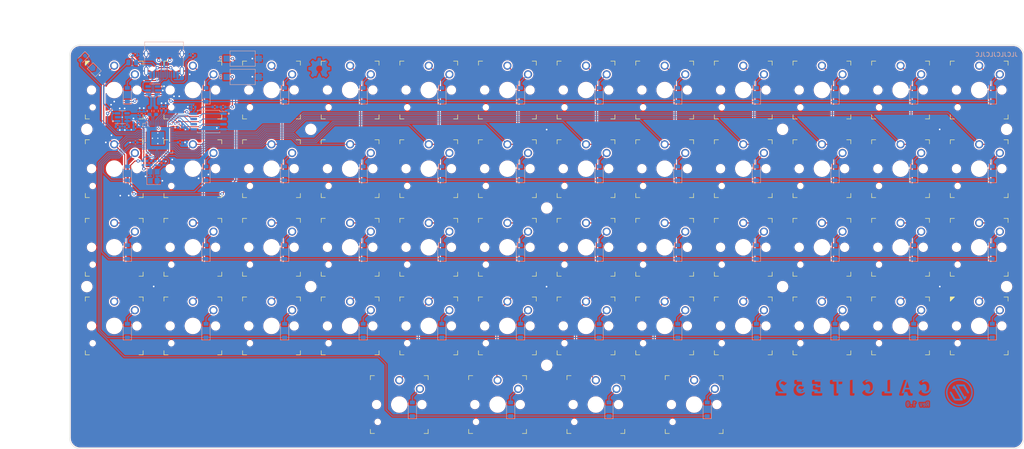
<source format=kicad_pcb>
(kicad_pcb (version 20211014) (generator pcbnew)
  (title_block (title "Calcite52 Keyboard") (rev "1.0") (comment 1 "MIT License (Open source hardware)"))
  (layers (0 "F.Cu" signal) (31 "B.Cu" signal) (34 "B.Paste" user) (35 "F.Paste" user) (36 "B.SilkS" user "B.Silkscreen") (37 "F.SilkS" user "F.Silkscreen") (38 "B.Mask" user) (39 "F.Mask" user) (44 "Edge.Cuts" user))
  (net 0 "")
  (net 1 "+5V")
  (net 2 "GND")
  (net 3 "+3V3")
  (net 4 "Net-(C4-Pad2)")
  (net 5 "Net-(C5-Pad2)")
  (net 6 "+1V1")
  (net 7 "ROW_0")
  (net 8 "Net-(D1-Pad2)")
  (net 9 "Net-(D2-Pad2)")
  (net 10 "Net-(D3-Pad2)")
  (net 11 "Net-(D4-Pad2)")
  (net 12 "Net-(D5-Pad2)")
  (net 13 "Net-(D6-Pad2)")
  (net 14 "Net-(D7-Pad2)")
  (net 15 "Net-(D8-Pad2)")
  (net 16 "Net-(D9-Pad2)")
  (net 17 "Net-(D10-Pad2)")
  (net 18 "Net-(D11-Pad2)")
  (net 19 "Net-(D12-Pad2)")
  (net 20 "ROW_1")
  (net 21 "Net-(D13-Pad2)")
  (net 22 "Net-(D14-Pad2)")
  (net 23 "Net-(D15-Pad2)")
  (net 24 "Net-(D16-Pad2)")
  (net 25 "Net-(D17-Pad2)")
  (net 26 "Net-(D18-Pad2)")
  (net 27 "Net-(D19-Pad2)")
  (net 28 "Net-(D20-Pad2)")
  (net 29 "Net-(D21-Pad2)")
  (net 30 "Net-(D22-Pad2)")
  (net 31 "Net-(D23-Pad2)")
  (net 32 "Net-(D24-Pad2)")
  (net 33 "ROW_2")
  (net 34 "Net-(D25-Pad2)")
  (net 35 "Net-(D26-Pad2)")
  (net 36 "Net-(D27-Pad2)")
  (net 37 "Net-(D28-Pad2)")
  (net 38 "Net-(D29-Pad2)")
  (net 39 "Net-(D30-Pad2)")
  (net 40 "Net-(D31-Pad2)")
  (net 41 "Net-(D32-Pad2)")
  (net 42 "Net-(D33-Pad2)")
  (net 43 "Net-(D34-Pad2)")
  (net 44 "Net-(D35-Pad2)")
  (net 45 "Net-(D36-Pad2)")
  (net 46 "ROW_3")
  (net 47 "Net-(D37-Pad2)")
  (net 48 "Net-(D38-Pad2)")
  (net 49 "Net-(D39-Pad2)")
  (net 50 "Net-(D40-Pad2)")
  (net 51 "Net-(D41-Pad2)")
  (net 52 "Net-(D42-Pad2)")
  (net 53 "Net-(D43-Pad2)")
  (net 54 "Net-(D44-Pad2)")
  (net 55 "Net-(D45-Pad2)")
  (net 56 "Net-(D46-Pad2)")
  (net 57 "Net-(D47-Pad2)")
  (net 58 "Net-(D48-Pad2)")
  (net 59 "ROW_4")
  (net 60 "Net-(D49-Pad2)")
  (net 61 "Net-(D50-Pad2)")
  (net 62 "Net-(D51-Pad2)")
  (net 63 "Net-(D52-Pad2)")
  (net 64 "VBUS")
  (net 65 "Net-(J1-PadA5)")
  (net 66 "/USB_D+")
  (net 67 "/USB_D-")
  (net 69 "Net-(J1-PadB5)")
  (net 71 "COL_0")
  (net 72 "COL_1")
  (net 73 "COL_2")
  (net 74 "COL_3")
  (net 75 "COL_4")
  (net 76 "COL_5")
  (net 77 "COL_6")
  (net 78 "COL_7")
  (net 79 "COL_8")
  (net 80 "COL_9")
  (net 81 "COL_10")
  (net 82 "COL_11")
  (net 83 "Net-(R4-Pad2)")
  (net 84 "Net-(R5-Pad2)")
  (net 85 "/RP2040/BOOT")
  (net 86 "/RP2040/QSPI_SS")
  (net 87 "Net-(R8-Pad2)")
  (net 88 "/RP2040/~{RESET}")
  (net 92 "/RP2040/QSPI_D1")
  (net 93 "/RP2040/QSPI_D2")
  (net 94 "/RP2040/QSPI_D0")
  (net 95 "/RP2040/QSPI_SCLK")
  (net 96 "/RP2040/QSPI_D3")
  (net 104 "Net-(LD1-Pad1)")
  (net 105 "STATE_LED")
  (net 113 "Net-(R3-Pad2)")
  (footprint "key-switches:Kailh_Choc_PG1350_THT_A" (layer "F.Cu") (at 193.04 76.962)
    (fp_text reference "KEY21" hide)
    (fp_text value "SW_Push_45deg")
  )
  (footprint "key-switches:Kailh_Choc_PG1350_THT_A" (layer "F.Cu") (at 133.50875 134.112)
    (fp_text reference "KEY50" hide)
    (fp_text value "SW_Push_45deg")
  )
  (footprint "key-switches:Kailh_Choc_PG1350_THT_A" (layer "F.Cu") (at 231.14 57.912)
    (fp_text reference "KEY11" hide)
    (fp_text value "SW_Push_45deg")
  )
  (footprint "MountingHole:MountingHole_2.2mm_M2" (layer "F.Cu") (at 34 105.537)
    (fp_text reference "H8" hide)
    (fp_text value "MountingHole" hide)
  )
  (footprint "key-switches:Kailh_Choc_PG1350_THT_A" (layer "F.Cu") (at 173.99 96.012)
    (fp_text reference "KEY32" hide)
    (fp_text value "SW_Push_45deg")
  )
  (footprint "key-switches:Kailh_Choc_PG1350_THT_A" (layer "F.Cu") (at 212.09 76.962)
    (fp_text reference "KEY22" hide)
    (fp_text value "SW_Push_45deg")
  )
  (footprint "MountingHole:MountingHole_2.2mm_M2" (layer "F.Cu") (at 34 67.437)
    (fp_text reference "H7" hide)
    (fp_text value "MountingHole" hide)
  )
  (footprint "key-switches:Kailh_Choc_PG1350_THT_A" (layer "F.Cu") (at 40.64 115.062)
    (fp_text reference "KEY37" hide)
    (fp_text value "SW_Push_45deg")
  )
  (footprint "key-switches:Kailh_Choc_PG1350_THT_A" (layer "F.Cu") (at 97.79 115.062)
    (fp_text reference "KEY40" hide)
    (fp_text value "SW_Push_45deg")
  )
  (footprint "key-switches:Kailh_Choc_PG1350_THT_A" (layer "F.Cu") (at 250.19 115.062)
    (fp_text reference "KEY48" hide)
    (fp_text value "SW_Push_45deg")
  )
  (footprint "key-switches:Kailh_Choc_PG1350_THT_A" (layer "F.Cu") (at 157.32125 134.112)
    (fp_text reference "KEY51" hide)
    (fp_text value "SW_Push_45deg")
  )
  (footprint "key-switches:Kailh_Choc_PG1350_THT_A" (layer "F.Cu") (at 109.69625 134.112)
    (fp_text reference "KEY49" hide)
    (fp_text value "SW_Push_45deg")
  )
  (footprint "key-switches:Kailh_Choc_PG1350_THT_A" (layer "F.Cu") (at 173.99 115.062)
    (fp_text reference "KEY44" hide)
    (fp_text value "SW_Push_45deg")
  )
  (footprint "key-switches:Kailh_Choc_PG1350_THT_A" (layer "F.Cu") (at 40.64 57.912)
    (fp_text reference "KEY1" hide)
    (fp_text value "SW_Push_45deg")
  )
  (footprint "MountingHole:MountingHole_2.2mm_M2" (layer "F.Cu") (at 256.83 67.437)
    (fp_text reference "H9" hide)
    (fp_text value "MountingHole" hide)
  )
  (footprint "key-switches:Kailh_Choc_PG1350_THT_A" (layer "F.Cu") (at 212.09 96.012)
    (fp_text reference "KEY34" hide)
    (fp_text value "SW_Push_45deg")
  )
  (footprint "key-switches:Kailh_Choc_PG1350_THT_A" (layer "F.Cu") (at 78.74 76.962)
    (fp_text reference "KEY15" hide)
    (fp_text value "SW_Push_45deg")
  )
  (footprint "key-switches:Kailh_Choc_PG1350_THT_A" (layer "F.Cu") (at 59.69 115.062)
    (fp_text reference "KEY38" hide)
    (fp_text value "SW_Push_45deg")
  )
  (footprint "key-switches:Kailh_Choc_PG1350_THT_A" (layer "F.Cu") (at 40.64 76.962)
    (fp_text reference "KEY13" hide)
    (fp_text value "SW_Push_45deg")
  )
  (footprint "key-switches:Kailh_Choc_PG1350_THT_A" (layer "F.Cu") (at 97.79 96.012)
    (fp_text reference "KEY28" hide)
    (fp_text value "SW_Push_45deg")
  )
  (footprint "key-switches:Kailh_Choc_PG1350_THT_A" (layer "F.Cu") (at 231.14 96.012)
    (fp_text reference "KEY35" hide)
    (fp_text value "SW_Push_45deg")
  )
  (footprint "MountingHole:MountingHole_2.2mm_M2" (layer "F.Cu") (at 145.415 124.587)
    (fp_text reference "H6" hide)
    (fp_text value "MountingHole" hide)
  )
  (footprint "key-switches:Kailh_Choc_PG1350_THT_A" (layer "F.Cu") (at 154.94 57.912)
    (fp_text reference "KEY7" hide)
    (fp_text value "SW_Push_45deg")
  )
  (footprint "key-switches:Kailh_Choc_PG1350_THT_A" (layer "F.Cu") (at 173.99 76.962)
    (fp_text reference "KEY20" hide)
    (fp_text value "SW_Push_45deg")
  )
  (footprint "key-switches:Kailh_Choc_PG1350_THT_A" (layer "F.Cu") (at 116.84 57.912)
    (fp_text reference "KEY5" hide)
    (fp_text value "SW_Push_45deg")
  )
  (footprint "key-switches:Kailh_Choc_PG1350_THT_A" (layer "F.Cu") (at 181.13375 134.112)
    (fp_text reference "KEY52" hide)
    (fp_text value "SW_Push_45deg")
  )
  (footprint "key-switches:Kailh_Choc_PG1350_THT_A" (layer "F.Cu") (at 59.69 76.962)
    (fp_text reference "KEY14" hide)
    (fp_text value "SW_Push_45deg")
  )
  (footprint "key-switches:Kailh_Choc_PG1350_THT_A" (layer "F.Cu") (at 250.19 96.012)
    (fp_text reference "KEY36" hide)
    (fp_text value "SW_Push_45deg")
  )
  (footprint "key-switches:Kailh_Choc_PG1350_THT_A" (layer "F.Cu") (at 193.04 96.012)
    (fp_text reference "KEY33" hide)
    (fp_text value "SW_Push_45deg")
  )
  (footprint "key-switches:Kailh_Choc_PG1350_THT_A" (layer "F.Cu") (at 78.74 115.062)
    (fp_text reference "KEY39" hide)
    (fp_text value "SW_Push_45deg")
  )
  (footprint "key-switches:Kailh_Choc_PG1350_THT_A" (layer "F.Cu") (at 212.09 57.912)
    (fp_text reference "KEY10" hide)
    (fp_text value "SW_Push_45deg")
  )
  (footprint "key-switches:Kailh_Choc_PG1350_THT_A" (layer "F.Cu") (at 116.84 96.012)
    (fp_text reference "KEY29" hide)
    (fp_text value "SW_Push_45deg")
  )
  (footprint "key-switches:Kailh_Choc_PG1350_THT_A" (layer "F.Cu") (at 78.74 57.912)
    (fp_text reference "KEY3" hide)
    (fp_text value "SW_Push_45deg")
  )
  (footprint "key-switches:Kailh_Choc_PG1350_THT_A" (layer "F.Cu") (at 135.89 115.062)
    (fp_text reference "KEY42" hide)
    (fp_text value "SW_Push_45deg")
  )
  (footprint "TestPoint:TestPoint_Pad_1.5x1.5mm" (layer "F.Cu") (at 54.09 49.53)
    (fp_text reference "TP3" hide)
    (fp_text value "TestPoint")
  )
  (footprint "key-switches:Kailh_Choc_PG1350_THT_A" (layer "F.Cu") (at 97.79 76.962)
    (fp_text reference "KEY16" hide)
    (fp_text value "SW_Push_45deg")
  )
  (footprint "key-switches:Kailh_Choc_PG1350_THT_A" (layer "F.Cu") (at 59.69 57.912)
    (fp_text reference "KEY2" hide)
    (fp_text value "SW_Push_45deg")
  )
  (footprint "key-switches:Kailh_Choc_PG1350_THT_A" (layer "F.Cu") (at 231.14 76.962)
    (fp_text reference "KEY23" hide)
    (fp_text value "SW_Push_45deg")
  )
  (footprint "MountingHole:MountingHole_2.2mm_M2" (layer "F.Cu") (at 202.565 105.537)
    (fp_text reference "H4" hide)
    (fp_text value "MountingHole" hide)
  )
  (footprint "MountingHole:MountingHole_2.2mm_M2" (layer "F.Cu") (at 256.83 105.537)
    (fp_text reference "H10" hide)
    (fp_text value "MountingHole" hide)
  )
  (footprint "MountingHole:MountingHole_2.2mm_M2" (layer "F.Cu") (at 88.265 67.437)
    (fp_text reference "H5" hide)
    (fp_text value "MountingHole" hide)
  )
  (footprint "key-switches:Kailh_Choc_PG1350_THT_A" (layer "F.Cu") (at 59.69 96.012)
    (fp_text reference "KEY26" hide)
    (fp_text value "SW_Push_45deg")
  )
  (footprint "TestPoint:TestPoint_Pad_1.5x1.5mm" (layer "F.Cu") (at 51.435 49.53)
    (fp_text reference "TP2" hide)
    (fp_text value "TestPoint")
  )
  (footprint "MountingHole:MountingHole_2.2mm_M2" (layer "F.Cu") (at 202.565 67.437)
    (fp_text reference "H2" hide)
    (fp_text value "MountingHole" hide)
  )
  (footprint "key-switches:Kailh_Choc_PG1350_THT_A" (layer "F.Cu") (at 135.89 96.012)
    (fp_text reference "KEY30" hide)
    (fp_text value "SW_Push_45deg")
  )
  (footprint "key-switches:Kailh_Choc_PG1350_THT_A" (layer "F.Cu") (at 250.19 57.912)
    (fp_text reference "KEY12" hide)
    (fp_text value "SW_Push_45deg")
  )
  (footprint "key-switches:Kailh_Choc_PG1350_THT_A" (layer "F.Cu") (at 154.94 115.062)
    (fp_text reference "KEY43" hide)
    (fp_text value "SW_Push_45deg")
  )
  (footprint "key-switches:Kailh_Choc_PG1350_THT_A" (layer "F.Cu") (at 40.64 96.012)
    (fp_text reference "KEY25" hide)
    (fp_text value "SW_Push_45deg")
  )
  (footprint "key-switches:Kailh_Choc_PG1350_THT_A" (layer "F.Cu") (at 97.79 57.912)
    (fp_text reference "KEY4" hide)
    (fp_text value "SW_Push_45deg")
  )
  (footprint "MountingHole:MountingHole_2.2mm_M2" (layer "F.Cu") (at 145.415 86.487)
    (fp_text reference "H1" hide)
    (fp_text value "MountingHole" hide)
  )
  (footprint "key-switches:Kailh_Choc_PG1350_THT_A" (layer "F.Cu") (at 78.74 96.012)
    (fp_text reference "KEY27" hide)
    (fp_text value "SW_Push_45deg")
  )
  (footprint "key-switches:Kailh_Choc_PG1350_THT_A" (layer "F.Cu") (at 116.84 76.962)
    (fp_text reference "KEY17" hide)
    (fp_text value "SW_Push_45deg")
  )
  (footprint "key-switches:Kailh_Choc_PG1350_THT_A" (layer "F.Cu") (at 193.04 115.062)
    (fp_text reference "KEY45" hide)
    (fp_text value "SW_Push_45deg")
  )
  (footprint "key-switches:Kailh_Choc_PG1350_THT_A" (layer "F.Cu") (at 135.89 57.912)
    (fp_text reference "KEY6" hide)
    (fp_text value "SW_Push_45deg")
  )
  (footprint "key-switches:Kailh_Choc_PG1350_THT_A" (layer "F.Cu") (at 250.19 76.962)
    (fp_text reference "KEY24" hide)
    (fp_text value "SW_Push_45deg")
  )
  (footprint "key-switches:Kailh_Choc_PG1350_THT_A" (layer "F.Cu") (at 154.94 76.962)
    (fp_text reference "KEY19" hide)
    (fp_text value "SW_Push_45deg")
  )
  (footprint "key-switches:Kailh_Choc_PG1350_THT_A" (layer "F.Cu") (at 135.89 76.962)
    (fp_text reference "KEY18" hide)
    (fp_text value "SW_Push_45deg")
  )
  (footprint "key-switches:Kailh_Choc_PG1350_THT_A" (layer "F.Cu") (at 193.04 57.912)
    (fp_text reference "KEY9" hide)
    (fp_text value "SW_Push_45deg")
  )
  (footprint "key-switches:Kailh_Choc_PG1350_THT_A" (layer "F.Cu") (at 154.94 96.012)
    (fp_text reference "KEY31" hide)
    (fp_text value "SW_Push_45deg")
  )
  (footprint "MountingHole:MountingHole_2.2mm_M2" (layer "F.Cu") (at 88.265 105.537)
    (fp_text reference "H3" hide)
    (fp_text value "MountingHole" hide)
  )
  (footprint "key-switches:Kailh_Choc_PG1350_THT_A" (layer "F.Cu") (at 212.09 115.062)
    (fp_text reference "KEY46" hide)
    (fp_text value "SW_Push_45deg")
  )
  (footprint "key-switches:Kailh_Choc_PG1350_THT_A" (layer "F.Cu") (at 231.14 115.062)
    (fp_text reference "KEY47" hide)
    (fp_text value "SW_Push_45deg")
  )
  (footprint "key-switches:Kailh_Choc_PG1350_THT_A" (layer "F.Cu") (at 173.99 57.912)
    (fp_text reference "KEY8" hide)
    (fp_text value "SW_Push_45deg")
  )
  (footprint "key-switches:Kailh_Choc_PG1350_THT_A" (layer "F.Cu") (at 116.84 115.062)
    (fp_text reference "KEY41" hide)
    (fp_text value "SW_Push_45deg")
  )
  (footprint "Capacitor_SMD:C_0402_1005Metric" (layer "B.Cu") (at 45.77 70.6 180)
    (fp_text reference "C12" hide)
    (fp_text value "100nF")
  )
  (footprint "Diode_SMD:D_SOD-123" (layer "B.Cu") (at 100.965 97.155 90)
    (fp_text reference "D28" hide)
    (fp_text value "1N4148")
  )
  (footprint "Diode_SMD:D_SOD-123" (layer "B.Cu") (at 177.165 78.105 90)
    (fp_text reference "D20" hide)
    (fp_text value "1N4148")
  )
  (footprint "Diode_SMD:D_SOD-123" (layer "B.Cu") (at 215.265 78.105 90)
    (fp_text reference "D22" hide)
    (fp_text value "1N4148")
  )
  (footprint "Resistor_SMD:R_0402_1005Metric" (layer "B.Cu") (at 47.6 75.6 90)
    (fp_text reference "R9" hide)
    (fp_text value "10k")
  )
  (footprint "Resistor_SMD:R_0603_1608Metric" (layer "B.Cu") (at 49.2 63 -90)
    (fp_text reference "R5" hide)
    (fp_text value "27")
  )
  (footprint "Package_TO_SOT_SMD:SOT-23-5" (layer "B.Cu") (at 42.6 64.5)
    (fp_text reference "U1" hide)
    (fp_text value "RT9013-33GB")
  )
  (footprint "Diode_SMD:D_SOD-123" (layer "B.Cu") (at 196.215 78.105 90)
    (fp_text reference "D21" hide)
    (fp_text value "1N4148")
  )
  (footprint "Package_SO:SOIC-8_5.23x5.23mm_P1.27mm" (layer "B.Cu") (at 63.5 65.55 180)
    (fp_text reference "U3" hide)
    (fp_text value "W25Q128JVS")
  )
  (footprint "Capacitor_SMD:C_0402_1005Metric" (layer "B.Cu") (at 45.8 65.8 180)
    (fp_text reference "C10" hide)
    (fp_text value "100nF")
  )
  (footprint "Resistor_SMD:R_0402_1005Metric" (layer "B.Cu") (at 34.1 51.3 -135)
    (fp_text reference "R3" hide)
    (fp_text value "1k")
  )
  (footprint "Capacitor_SMD:C_0402_1005Metric" (layer "B.Cu") (at 46.8 63.6 90)
    (fp_text reference "C16" hide)
    (fp_text value "1uF")
  )
  (footprint "Diode_SMD:D_SOD-123" (layer "B.Cu") (at 81.915 59.055 90)
    (fp_text reference "D3" hide)
    (fp_text value "1N4148")
  )
  (footprint "LOGO" (layer "B.Cu") (at 219.314521 134.468452 180)
    (fp_text reference "G***" hide)
    (fp_text value "LOGO" hide)
  )
  (footprint "Capacitor_SMD:C_0402_1005Metric" (layer "B.Cu") (at 56.6 67)
    (fp_text reference "C13" hide)
    (fp_text value "100nF")
  )
  (footprint "Diode_SMD:D_SOD-123" (layer "B.Cu") (at 120.015 78.105 90)
    (fp_text reference "D17" hide)
    (fp_text value "1N4148")
  )
  (footprint "Diode_SMD:D_SOD-123" (layer "B.Cu") (at 139.065 59.055 90)
    (fp_text reference "D6" hide)
    (fp_text value "1N4148")
  )
  (footprint "Diode_SMD:D_SOD-123" (layer "B.Cu") (at 196.215 97.155 90)
    (fp_text reference "D33" hide)
    (fp_text value "1N4148")
  )
  (footprint "Diode_SMD:D_SOD-123" (layer "B.Cu") (at 234.315 59.055 90)
    (fp_text reference "D11" hide)
    (fp_text value "1N4148")
  )
  (footprint "LED_SMD:LED_0603_1608Metric" (layer "B.Cu") (at 33.02 50.165 -135)
    (fp_text reference "LD1" hide)
    (fp_text value "Blue")
  )
  (footprint "Diode_SMD:D_SOD-123" (layer "B.Cu") (at 62.865 59.055 90)
    (fp_text reference "D2" hide)
    (fp_text value "1N4148")
  )
  (footprint "Diode_SMD:D_SOD-123" (layer "B.Cu") (at 253.365 59.055 90)
    (fp_text reference "D12" hide)
    (fp_text value "1N4148")
  )
  (footprint "Button_Switch_SMD:SW_SPST_CK_RS282G05A3" (layer "B.Cu") (at 71.755 50.3 180)
    (fp_text reference "SW2" hide)
    (fp_text value "RESET")
  )
  (footprint "Button_Switch_SMD:SW_SPST_CK_RS282G05A3" (layer "B.Cu") (at 71.755 54.745 180)
    (fp_text reference "SW1" hide)
    (fp_text value "BOOT")
  )
  (footprint "Diode_SMD:D_SOD-123" (layer "B.Cu") (at 43.815 116.205 90)
    (fp_text reference "D37" hide)
    (fp_text value "1N4148")
  )
  (footprint "Diode_SMD:D_SOD-123" (layer "B.Cu") (at 139.065 116.205 90)
    (fp_text reference "D42" hide)
    (fp_text value "1N4148")
  )
  (footprint "Diode_SMD:D_SOD-123" (layer "B.Cu") (at 139.065 78.105 90)
    (fp_text reference "D18" hide)
    (fp_text value "1N4148")
  )
  (footprint "Diode_SMD:D_SOD-123" (layer "B.Cu") (at 62.865 97.155 90)
    (fp_text reference "D26" hide)
    (fp_text value "1N4148")
  )
  (footprint "Connector_USB:USB_C_Receptacle_HRO_TYPE-C-31-M-12" (layer "B.Cu") (at 52.705 50.165)
    (fp_text reference "J1" hide)
    (fp_text value "USB_C_Receptacle_USB2.0")
  )
  (footprint "Diode_SMD:D_SOD-123" (layer "B.Cu") (at 184.30875 135.255 90)
    (fp_text reference "D52" hide)
    (fp_text value "1N4148")
  )
  (footprint "Diode_SMD:D_SOD-123" (layer "B.Cu") (at 43.815 97.155 90)
    (fp_text reference "D25" hide)
    (fp_text value "1N4148")
  )
  (footprint "Jumper:SolderJumper-2_P1.3mm_Open_TrianglePad1.0x1.5mm" (layer "B.Cu") (at 35.8 53 -45)
    (fp_text reference "SB1" hide)
    (fp_text value "SolderJumper_2_Open")
  )
  (footprint "Resistor_SMD:R_0603_1608Metric" (layer "B.Cu") (at 50.8 63 -90)
    (fp_text reference "R4" hide)
    (fp_text value "27")
  )
  (footprint "Diode_SMD:D_SOD-123" (layer "B.Cu") (at 177.165 116.205 90)
    (fp_text reference "D44" hide)
    (fp_text value "1N4148")
  )
  (footprint "Diode_SMD:D_SOD-123" (layer "B.Cu") (at 234.315 78.105 90)
    (fp_text reference "D23" hide)
    (fp_text value "1N4148")
  )
  (footprint "Diode_SMD:D_SOD-123" (layer "B.Cu") (at 120.015 97.155 90)
    (fp_text reference "D29" hide)
    (fp_text value "1N4148")
  )
  (footprint "Diode_SMD:D_SOD-123" (layer "B.Cu") (at 196.215 59.055 90)
    (fp_text reference "D9" hide)
    (fp_text value "1N4148")
  )
  (footprint "Capacitor_SMD:C_0402_1005Metric" (layer "B.Cu") (at 52.6 75.6 -90)
    (fp_text reference "C4" hide)
    (fp_text value "20pF")
  )
  (footprint "Capacitor_SMD:C_0402_1005Metric" (layer "B.Cu") (at 45.8 66.8 180)
    (fp_text reference "C11" hide)
    (fp_text value "100nF")
  )
  (footprint "Diode_SMD:D_SOD-123" (layer "B.Cu") (at 253.365 116.205 90)
    (fp_text reference "D48" hide)
    (fp_text value "1N4148")
  )
  (footprint "Diode_SMD:D_SOD-123" (layer "B.Cu") (at 177.165 59.055 90)
    (fp_text reference "D8" hide)
    (fp_text value "1N4148")
  )
  (footprint "Diode_SMD:D_SOD-123" (layer "B.Cu") (at 215.265 97.155 90)
    (fp_text reference "D34" hide)
    (fp_text value "1N4148")
  )
  (footprint "Resistor_SMD:R_0402_1005Metric" (layer "B.Cu") (at 59.69 49.53 180)
    (fp_text reference "R2" hide)
    (fp_text value "5.1k")
  )
  (footprint "Crystal:Crystal_SMD_3225-4Pin_3.2x2.5mm" (layer "B.Cu") (at 50.2 78.8 90)
    (fp_text reference "Y1" hide)
    (fp_text value "12MHz")
  )
  (footprint "Resistor_SMD:R_0402_1005Metric" (layer "B.Cu") (at 51.6 75.6 90)
    (fp_text reference "R8" hide)
    (fp_text value "1k")
  )
  (footprint "Diode_SMD:D_SOD-123" (layer "B.Cu") (at 100.965 78.105 90)
    (fp_text reference "D16" hide)
    (fp_text value "1N4148")
  )
  (footprint "Diode_SMD:D_SOD-123" (layer "B.Cu") (at 100.965 116.205 90)
    (fp_text reference "D40" hide)
    (fp_text value "1N4148")
  )
  (footprint "Package_TO_SOT_SMD:SOT-23-6" (layer "B.Cu") (at 50 58 180)
    (fp_text reference "U2" hide)
    (fp_text value "SRV05-4")
  )
  (footprint "Diode_SMD:D_SOD-123" (layer "B.Cu") (at 158.115 59.055 90)
    (fp_text reference "D7" hide)
    (fp_text value "1N4148")
  )
  (footprint "Capacitor_SMD:C_0402_1005Metric" (layer "B.Cu") (at 41.5 66.8)
    (fp_text reference "C1" hide)
    (fp_text value "1uF")
  )
  (footprint "Diode_SMD:D_SOD-123" (layer "B.Cu") (at 62.865 78.105 90)
    (fp_text reference "D14" hide)
    (fp_text value "1N4148")
  )
  (footprint "Diode_SMD:D_SOD-123" (layer "B.Cu") (at 81.915 97.155 90)
    (fp_text reference "D27" hide)
    (fp_text value "1N4148")
  )
  (footprint "Diode_SMD:D_SOD-123" (layer "B.Cu") (at 253.365 78.105 90)
    (fp_text reference "D24" hide)
    (fp_text value "1N4148")
  )
  (footprint "Diode_SMD:D_SOD-123" (layer "B.Cu") (at 100.965 59.055 90)
    (fp_text reference "D4" hide)
    (fp_text value "1N4148")
  )
  (footprint "Diode_SMD:D_SOD-123" (layer "B.Cu") (at 112.87125 135.255 90)
    (fp_text reference "D49" hide)
    (fp_text value "1N4148")
  )
  (footprint "Diode_SMD:D_SOD-123" (layer "B.Cu") (at 81.915 78.105 90)
    (fp_text reference "D15" hide)
    (fp_text value "1N4148")
  )
  (footprint "Capacitor_SMD:C_0402_1005Metric" (layer "B.Cu") (at 52.1 62.4 90)
    (fp_text reference "C9" hide)
    (fp_text value "100nF")
  )
  (footprint "Diode_SMD:D_SOD-123" (layer "B.Cu") (at 177.165 97.155 90)
    (fp_text reference "D32" hide)
    (fp_text value "1N4148")
  )
  (footprint "Resistor_SMD:R_0402_1005Metric" (layer "B.Cu") (at 45.72 49.53)
    (fp_text reference "R1" hide)
    (fp_text value "5.1k")
  )
  (footprint "Diode_SMD:D_SOD-123" (layer "B.Cu") (at 43.815 59.055 90)
    (fp_text reference "D1" hide)
    (fp_text value "1N4148")
  )
  (footprint "Diode_SMD:D_SOD-123" (layer "B.Cu") (at 234.315 116.205 90)
    (fp_text reference "D47" hide)
    (fp_text value "1N4148")
  )
  (footprint "Diode_SMD:D_SOD-123" (layer "B.Cu") (at 158.115 116.205 90)
    (fp_text reference "D43" hide)
    (fp_text value "1N4148")
  )
  (footprint "Capacitor_SMD:C_0402_1005Metric" (layer "B.Cu") (at 59.807144 62.0225 180)
    (fp_text reference "C3" hide)
    (fp_text value "100nF")
  )
  (footprint "Diode_SMD:D_SOD-123" (layer "B.Cu") (at 136.68375 135.255 90)
    (fp_text reference "D50" hide)
    (fp_text value "1N4148")
  )
  (footprint "Capacitor_SMD:C_0402_1005Metric" (layer "B.Cu") (at 47.8 63.6 90)
    (fp_text reference "C8" hide)
    (fp_text value "1uF")
  )
  (footprint "Diode_SMD:D_SOD-123" (layer "B.Cu") (at 253.365 97.155 90)
    (fp_text reference "D36" hide)
    (fp_text value "1N4148")
  )
  (footprint "Diode_SMD:D_SOD-123" (layer "B.Cu") (at 120.015 59.055 90)
    (fp_text reference "D5" hide)
    (fp_text value "1N4148")
  )
  (footprint "Diode_SMD:D_SOD-123" (layer "B.Cu") (at 215.265 116.205 90)
    (fp_text reference "D46" hide)
    (fp_text value "1N4148")
  )
  (footprint "Capacitor_SMD:C_0402_1005Metric" (layer "B.Cu") (at 53.1 62.4 90)
    (fp_text reference "C6" hide)
    (fp_text value "100nF")
  )
  (footprint "Diode_SMD:D_SOD-123" (layer "B.Cu") (at 62.865 116.205 90)
    (fp_text reference "D38" hide)
    (fp_text value "1N4148")
  )
  (footprint "Diode_SMD:D_SOD-123" (layer "B.Cu") (at 120.015 116.205 90)
    (fp_text reference "D41" hide)
    (fp_text value "1N4148")
  )
  (footprint "Diode_SMD:D_SOD-123" (layer "B.Cu") (at 81.915 116.205 90)
    (fp_text reference "D39" hide)
    (fp_text value "1N4148")
  )
  (footprint "Diode_SMD:D_SOD-123" (layer "B.Cu") (at 196.215 116.205 90)
    (fp_text reference "D45" hide)
    (fp_text value "1N4148")
  )
  (footprint "kibuzzard-63E64B4D" (layer "B.Cu") (at 235.3 134 180)
    (fp_text reference "kibuzzard-63E64B4D" hide)
    (fp_text value "G***" hide)
  )
  (footprint "Resistor_SMD:R_0402_1005Metric" (layer "B.Cu") (at 67.007144 62.0225 180)
    (fp_text reference "R6" hide)
    (fp_text value "1k")
  )
  (footprint "Capacitor_SMD:C_0402_1005Metric" (layer "B.Cu") (at 48.6 75.6 -90)
    (fp_text reference "C7" hide)
    (fp_text value "100nF")
  )
  (footprint "Capacitor_SMD:C_0402_1005Metric" (layer "B.Cu") (at 50.6 75.6 -90)
    (fp_text reference "C5" hide)
    (fp_text value "20pF")
  )
  (footprint "Diode_SMD:D_SOD-123" (layer "B.Cu") (at 160.49625 135.255 90)
    (fp_text reference "D51" hide)
    (fp_text value "1N4148")
  )
  (footprint "Capacitor_SMD:C_0402_1005Metric" (layer "B.Cu") (at 43.7 66.8 180)
    (fp_text reference "C2" hide)
    (fp_text value "1uF")
  )
  (footprint "Diode_SMD:D_SOD-123" (layer "B.Cu") (at 139.065 97.155 90)
    (fp_text reference "D30" hide)
    (fp_text value "1N4148")
  )
  (footprint "Diode_SMD:D_SOD-123" (layer "B.Cu") (at 234.315 97.155 90)
    (fp_text reference "D35" hide)
    (fp_text value "1N4148")
  )
  (footprint "Diode_SMD:D_SOD-123" (layer "B.Cu") (at 43.815 78.105 90)
    (fp_text reference "D13" hide)
    (fp_text value "1N4148")
  )
  (footprint "Capacitor_SMD:C_0402_1005Metric" (layer "B.Cu") (at 49.6 75.6 -90)
    (fp_text reference "C15" hide)
    (fp_text value "100nF")
  )
  (footprint "Diode_SMD:D_SOD-123" (layer "B.Cu") (at 215.265 59.055 90)
    (fp_text reference "D10" hide)
    (fp_text value "1N4148")
  )
  (footprint "Capacitor_SMD:C_0402_1005Metric" (layer "B.Cu") (at 56.6 70.6)
    (fp_text reference "C14" hide)
    (fp_text value "100nF")
  )
  (footprint "Fuse:Fuse_0805_2012Metric" (layer "B.Cu") (at 45 51.25 180)
    (fp_text reference "F1" hide)
    (fp_text value "500mA, 6V")
  )
  (footprint "Resistor_SMD:R_0402_1005Metric" (layer "B.Cu") (at 65.007144 62.0225)
    (fp_text reference "R7" hide)
    (fp_text value "10k")
  )
  (footprint "Diode_SMD:D_SOD-123" (layer "B.Cu") (at 158.115 97.155 90)
    (fp_text reference "D31" hide)
    (fp_text value "1N4148")
  )
  (footprint "LOGO" (layer "B.Cu") (at 245.4 131.2 180)
    (fp_text reference "G***" hide)
    (fp_text value "LOGO" hide)
  )
  (footprint "Diode_SMD:D_SOD-123" (layer "B.Cu") (at 158.115 78.105 90)
    (fp_text reference "D19" hide)
    (fp_text value "1N4148")
  )
  (footprint "Package_DFN_QFN:QFN-56-1EP_7x7mm_P0.4mm_EP3.2x3.2mm" (layer "B.Cu") (at 51.2 69.6 180)
    (fp_text reference "U4" hide)
    (fp_text value "RP2040")
  )
  (gr_poly (pts (xy 89.978926 50.078622) (xy 89.977415 50.078734) (xy 89.975912 50.078919) (xy 89.974418 50.079174) (xy 89.972937 50.079499) (xy 89.971469 50.07989) (xy 89.970018 50.080347) (xy 89.968586 50.080867) (xy 89.967174 50.081448) (xy 89.965786 50.082089) (xy 89.964423 50.082788) (xy 89.963088 50.083542) (xy 89.961783 50.084351) (xy 89.96051 50.085211) (xy 89.959271 50.086123) (xy 89.958069 50.087082) (xy 89.956905 50.088088) (xy 89.955783 50.089139) (xy 89.954704 50.090233) (xy 89.95367 50.091368) (xy 89.952685 50.092542) (xy 89.951749 50.093754) (xy 89.950866 50.095001) (xy 89.950037 50.096282) (xy 89.949265 50.097594) (xy 89.948551 50.098936) (xy 89.9479 50.100307) (xy 89.947311 50.101704) (xy 89.946788 50.103125) (xy 89.946333 50.104569) (xy 89.945949 50.106033) (xy 89.945636 50.107516) (xy 89.820025 50.782323) (xy 89.819708 50.783818) (xy 89.819323 50.785318) (xy 89.818357 50.788324) (xy 89.817145 50.791321) (xy 89.815704 50.794288) (xy 89.81405 50.797207) (xy 89.812201 50.800057) (xy 89.810174 50.80282) (xy 89.807985 50.805475) (xy 89.805652 50.808004) (xy 89.80319 50.810386) (xy 89.800618 50.812601) (xy 89.797952 50.814631) (xy 89.795209 50.816456) (xy 89.792406 50.818056) (xy 89.790987 50.818765) (xy 89.78956 50.819411) (xy 89.788126 50.819991) (xy 89.786688 50.820502) (xy 89.334409 51.005644) (xy 89.331599 51.006881) (xy 89.328619 51.007914) (xy 89.325496 51.008746) (xy 89.322254 51.009377) (xy 89.318922 51.009809) (xy 89.315524 51.010046) (xy 89.312087 51.010087) (xy 89.308637 51.009936) (xy 89.305201 51.009593) (xy 89.301805 51.009061) (xy 89.298474 51.008341) (xy 89.295236 51.007436) (xy 89.292116 51.006347) (xy 89.289141 51.005075) (xy 89.286336 51.003623) (xy 89.283728 51.001993) (xy 88.719968 50.615119) (xy 88.718698 50.614292) (xy 88.71739 50.613529) (xy 88.716048 50.612831) (xy 88.714674 50.612196) (xy 88.713271 50.611624) (xy 88.711842 50.611117) (xy 88.710389 50.610672) (xy 88.708916 50.61029) (xy 88.707426 50.60997) (xy 88.705921 50.609713) (xy 88.702879 50.609385) (xy 88.699813 50.609302) (xy 88.696745 50.609464) (xy 88.6937 50.609867) (xy 88.690699 50.61051) (xy 88.687766 50.611391) (xy 88.686332 50.61192) (xy 88.684924 50.612507) (xy 88.683544 50.613153) (xy 88.682195 50.613857) (xy 88.680881 50.614619) (xy 88.679604 50.615438) (xy 88.678366 50.616315) (xy 88.677172 50.617249) (xy 88.676022 50.618239) (xy 88.674922 50.619286) (xy 88.20014 51.094068) (xy 88.199093 51.095169) (xy 88.198104 51.096318) (xy 88.197171 51.097513) (xy 88.196295 51.098751) (xy 88.195478 51.10003) (xy 88.194718 51.101345) (xy 88.193372 51.104076) (xy 88.192261 51.106921) (xy 88.191385 51.109857) (xy 88.190747 51.112862) (xy 88.190347 51.115911) (xy 88.190189 51.118982) (xy 88.190274 51.122052) (xy 88.190602 51.125097) (xy 88.191177 51.128096) (xy 88.192 51.131023) (xy 88.192505 51.132454) (xy 88.193073 51.133858) (xy 88.193703 51.135232) (xy 88.194397 51.136575) (xy 88.195153 51.137883) (xy 88.195974 51.139153) (xy 88.576101 51.69319) (xy 88.577735 51.695809) (xy 88.579186 51.698618) (xy 88.580452 51.701592) (xy 88.58153 51.704705) (xy 88.58242 51.707932) (xy 88.583119 51.711247) (xy 88.583626 51.714625) (xy 88.583939 51.71804) (xy 88.584057 51.721466) (xy 88.583978 51.724879) (xy 88.5837 51.728252) (xy 88.583222 51.73156) (xy 88.582542 51.734778) (xy 88.581659 51.73788) (xy 88.580571 51.74084) (xy 88.579276 51.743633) (xy 88.37929 52.210199) (xy 88.378148 52.213064) (xy 88.376744 52.215903) (xy 88.375097 52.218699) (xy 88.373228 52.221434) (xy 88.371157 52.224093) (xy 88.368903 52.226657) (xy 88.366486 52.229111) (xy 88.363926 52.231437) (xy 88.361242 52.233619) (xy 88.358456 52.235639) (xy 88.355585 52.23748) (xy 88.352651 52.239126) (xy 88.349673 52.24056) (xy 88.346671 52.241764) (xy 88.343665 52.242723) (xy 88.340674 52.243418) (xy 87.688251 52.364743) (xy 87.686772 52.365062) (xy 87.685311 52.365453) (xy 87.68387 52.365914) (xy 87.682452 52.366442) (xy 87.681058 52.367035) (xy 87.67969 52.367691) (xy 87.67835 52.368408) (xy 87.67704 52.369183) (xy 87.674517 52.370901) (xy 87.672135 52.372826) (xy 87.66991 52.374941) (xy 87.667857 52.377229) (xy 87.66599 52.379672) (xy 87.664325 52.382252) (xy 87.662875 52.384952) (xy 87.662237 52.386341) (xy 87.661658 52.387753) (xy 87.66114 52.389187) (xy 87.660686 52.390639) (xy 87.660297 52.392108) (xy 87.659976 52.393592) (xy 87.659723 52.395088) (xy 87.659542 52.396594) (xy 87.659433 52.398108) (xy 87.659398 52.399628) (xy 87.659478 53.0711) (xy 87.659516 53.072617) (xy 87.659628 53.074128) (xy 87.659814 53.075633) (xy 87.66007 53.077128) (xy 87.660395 53.078611) (xy 87.660788 53.080081) (xy 87.661245 53.081534) (xy 87.661766 53.082969) (xy 87.662349 53.084383) (xy 87.662991 53.085774) (xy 87.663691 53.08714) (xy 87.664446 53.088478) (xy 87.665256 53.089786) (xy 87.666118 53.091062) (xy 87.66703 53.092304) (xy 87.667991 53.093509) (xy 87.668998 53.094675) (xy 87.67005 53.0958) (xy 87.671144 53.096881) (xy 87.672279 53.097917) (xy 87.673454 53.098905) (xy 87.674665 53.099842) (xy 87.675912 53.100726) (xy 87.677192 53.101556) (xy 87.678504 53.102329) (xy 87.679845 53.103042) (xy 87.681214 53.103694) (xy 87.682609 53.104281) (xy 87.684028 53.104802) (xy 87.685469 53.105255) (xy 87.68693 53.105637) (xy 87.68841 53.105946) (xy 88.324799 53.224373) (xy 88.326297 53.224681) (xy 88.327799 53.225057) (xy 88.329301 53.225501) (xy 88.330801 53.22601) (xy 88.333789 53.227214) (xy 88.336741 53.228652) (xy 88.33964 53.230308) (xy 88.342466 53.232162) (xy 88.3452 53.234198) (xy 88.347823 53.236399) (xy 88.350317 53.238747) (xy 88.352662 53.241224) (xy 88.354839 53.243813) (xy 88.356829 53.246497) (xy 88.358614 53.249258) (xy 88.360173 53.252079) (xy 88.361489 53.254942) (xy 88.36205 53.256384) (xy 88.362542 53.25783) (xy 88.561217 53.754122) (xy 88.562447 53.756945) (xy 88.563471 53.759935) (xy 88.564294 53.763065) (xy 88.564915 53.766311) (xy 88.565339 53.769645) (xy 88.565566 53.773043) (xy 88.565599 53.776478) (xy 88.565439 53.779924) (xy 88.56509 53.783356) (xy 88.564552 53.786748) (xy 88.563828 53.790073) (xy 88.56292 53.793307) (xy 88.56183 53.796422) (xy 88.56056 53.799394) (xy 88.559111 53.802196) (xy 88.557487 53.804803) (xy 88.195974 54.331576) (xy 88.195147 54.332846) (xy 88.194384 54.334154) (xy 88.193685 54.335497) (xy 88.193051 54.336873) (xy 88.192479 54.338278) (xy 88.191971 54.339709) (xy 88.191527 54.341164) (xy 88.191145 54.342639) (xy 88.190825 54.344132) (xy 88.190568 54.34564) (xy 88.19024 54.348689) (xy 88.190157 54.351763) (xy 88.190319 54.354837) (xy 88.190722 54.35789) (xy 88.191365 54.360898) (xy 88.192246 54.363838) (xy 88.192775 54.365275) (xy 88.193362 54.366686) (xy 88.194008 54.368068) (xy 88.194712 54.369419) (xy 88.195474 54.370736) (xy 88.196293 54.372015) (xy 88.19717 54.373254) (xy 88.198103 54.37445) (xy 88.199094 54.375599) (xy 88.200141 54.3767) (xy 88.675002 54.851482) (xy 88.676096 54.852521) (xy 88.677239 54.853505) (xy 88.678428 54.854433) (xy 88.679661 54.855304) (xy 88.680935 54.856118) (xy 88.682246 54.856875) (xy 88.68497 54.858216) (xy 88.687811 54.859326) (xy 88.690744 54.860202) (xy 88.693747 54.860842) (xy 88.696795 54.861245) (xy 88.699867 54.861407) (xy 88.702938 54.861328) (xy 88.705985 54.861004) (xy 88.708985 54.860434) (xy 88.711915 54.859615) (xy 88.713346 54.859112) (xy 88.71475 54.858546) (xy 88.716126 54.857917) (xy 88.717469 54.857225) (xy 88.718777 54.856469) (xy 88.720047 54.855649) (xy 89.237533 54.500486) (xy 89.240134 54.498866) (xy 89.24292 54.497446) (xy 89.245866 54.496226) (xy 89.248945 54.495207) (xy 89.252134 54.494389) (xy 89.255406 54.493771) (xy 89.258736 54.493356) (xy 89.262099 54.493143) (xy 89.26547 54.493133) (xy 89.268822 54.493326) (xy 89.272132 54.493723) (xy 89.275372 54.494324) (xy 89.278519 54.49513) (xy 89.281546 54.496141) (xy 89.284429 54.497357) (xy 89.287142 54.498779) (xy 89.515345 54.62062) (xy 89.51671 54.621268) (xy 89.518086 54.621839) (xy 89.51947 54.622332) (xy 89.520862 54.622748) (xy 89.522257 54.623088) (xy 89.523655 54.623354) (xy 89.525052 54.623545) (xy 89.526446 54.623663) (xy 89.527835 54.623709) (xy 89.529216 54.623683) (xy 89.530587 54.623587) (xy 89.531945 54.623421) (xy 89.533289 54.623187) (xy 89.534616 54.622884) (xy 89.535923 54.622514) (xy 89.537208 54.622078) (xy 89.538469 54.621577) (xy 89.539703 54.621011) (xy 89.540908 54.620382) (xy 89.542082 54.619689) (xy 89.543222 54.618936) (xy 89.544325 54.618121) (xy 89.545391 54.617245) (xy 89.546415 54.616311) (xy 89.547396 54.615318) (xy 89.548331 54.614268) (xy 89.549218 54.613161) (xy 89.550055 54.611999) (xy 89.550839 54.610781) (xy 89.551567 54.60951) (xy 89.552239 54.608185) (xy 89.55285 54.606809) (xy 90.023345 53.469841) (xy 90.023889 53.468427) (xy 90.024361 53.466991) (xy 90.024762 53.465536) (xy 90.025093 53.464065) (xy 90.025354 53.462581) (xy 90.025546 53.461087) (xy 90.025672 53.459584) (xy 90.02573 53.458076) (xy 90.025723 53.456566) (xy 90.025651 53.455055) (xy 90.025515 53.453548) (xy 90.025317 53.452046) (xy 90.025056 53.450552) (xy 90.024734 53.449069) (xy 90.024352 53.4476) (xy 90.023911 53.446148) (xy 90.023411 53.444714) (xy 90.022854 53.443302) (xy 90.02224 53.441915) (xy 90.021571 53.440554) (xy 90.020847 53.439224) (xy 90.020069 53.437926) (xy 90.019238 53.436664) (xy 90.018356 53.435439) (xy 90.017422 53.434255) (xy 90.016438 53.433115) (xy 90.015405 53.432021) (xy 90.014324 53.430975) (xy 90.013195 53.429981) (xy 90.01202 53.429042) (xy 90.010799 53.428159) (xy 90.009534 53.427336) (xy 89.952424 53.392371) (xy 89.948313 53.389753) (xy 89.943924 53.386765) (xy 89.93934 53.383472) (xy 89.934644 53.379939) (xy 89.929917 53.376231) (xy 89.925244 53.372413) (xy 89.920706 53.368551) (xy 89.916387 53.364709) (xy 89.878581 53.338831) (xy 89.842501 53.310735) (xy 89.808244 53.280517) (xy 89.77591 53.248276) (xy 89.745596 53.214109) (xy 89.717402 53.178115) (xy 89.691425 53.140391) (xy 89.667765 53.101035) (xy 89.646519 53.060146) (xy 89.627787 53.01782) (xy 89.611666 52.974156) (xy 89.598256 52.929253) (xy 89.587654 52.883207) (xy 89.57996 52.836116) (xy 89.575271 52.78808) (xy 89.573686 52.739194) (xy 89.574652 52.70098) (xy 89.57752 52.663267) (xy 89.582242 52.626103) (xy 89.588772 52.589534) (xy 89.597064 52.553606) (xy 89.60707 52.518367) (xy 89.618745 52.483863) (xy 89.632041 52.45014) (xy 89.646911 52.417246) (xy 89.66331 52.385227) (xy 89.68119 52.354129) (xy 89.700505 52.324) (xy 89.721208 52.294886) (xy 89.743252 52.266833) (xy 89.766591 52.239888) (xy 89.791178 52.214099) (xy 89.816967 52.189511) (xy 89.84391 52.166171) (xy 89.871962 52.144126) (xy 89.901075 52.123423) (xy 89.931202 52.104107) (xy 89.962298 52.086227) (xy 89.994316 52.069828) (xy 90.027208 52.054957) (xy 90.060928 52.041661) (xy 90.09543 52.029986) (xy 90.130667 52.01998) (xy 90.166591 52.011688) (xy 90.203158 52.005158) (xy 90.240319 52.000435) (xy 90.278028 51.997568) (xy 90.316239 51.996601) (xy 90.35445 51.997568) (xy 90.392159 52.000435) (xy 90.429321 52.005158) (xy 90.465888 52.011688) (xy 90.501814 52.01998) (xy 90.537051 52.029986) (xy 90.571554 52.041661) (xy 90.605276 52.054957) (xy 90.63817 52.069828) (xy 90.670189 52.086227) (xy 90.701286 52.104107) (xy 90.731416 52.123423) (xy 90.76053 52.144126) (xy 90.788584 52.166171) (xy 90.815529 52.189511) (xy 90.841319 52.214099) (xy 90.865908 52.239888) (xy 90.889249 52.266833) (xy 90.911295 52.294886) (xy 90.932 52.324) (xy 90.951317 52.354129) (xy 90.969198 52.385227) (xy 90.985598 52.417246) (xy 91.00047 52.45014) (xy 91.013768 52.483863) (xy 91.025443 52.518367) (xy 91.035451 52.553606) (xy 91.043743 52.589534) (xy 91.050274 52.626103) (xy 91.054997 52.663267) (xy 91.057865 52.70098) (xy 91.058832 52.739194) (xy 91.058433 52.763737) (xy 91.057246 52.78808) (xy 91.055283 52.81221) (xy 91.052556 52.836116) (xy 91.049077 52.859786) (xy 91.04486 52.883207) (xy 91.039915 52.906366) (xy 91.034256 52.929253) (xy 91.027894 52.951854) (xy 91.020843 52.974157) (xy 91.013114 52.996149) (xy 91.00472 53.01782) (xy 90.995673 53.039156) (xy 90.985985 53.060146) (xy 90.964737 53.101035) (xy 90.941076 53.140391) (xy 90.915098 53.178115) (xy 90.886904 53.214109) (xy 90.856591 53.248276) (xy 90.824258 53.280517) (xy 90.790005 53.310735) (xy 90.753929 53.338831) (xy 90.71613 53.364709) (xy 90.711786 53.368551) (xy 90.707233 53.372413) (xy 90.70255 53.376231) (xy 90.697819 53.379939) (xy 90.693119 53.383472) (xy 90.688531 53.386765) (xy 90.684136 53.389753) (xy 90.680014 53.392371) (xy 90.622904 53.427336) (xy 90.621631 53.428159) (xy 90.620404 53.429042) (xy 90.619223 53.429981) (xy 90.618089 53.430975) (xy 90.617004 53.432021) (xy 90.615967 53.433115) (xy 90.614043 53.435439) (xy 90.612326 53.437926) (xy 90.610822 53.440554) (xy 90.609538 53.443302) (xy 90.608482 53.446148) (xy 90.607662 53.449069) (xy 90.607083 53.452046) (xy 90.606753 53.455055) (xy 90.60668 53.458076) (xy 90.60687 53.461087) (xy 90.607066 53.462581) (xy 90.607331 53.464065) (xy 90.607665 53.465536) (xy 90.608069 53.466991) (xy 90.608545 53.468427) (xy 90.609092 53.469841) (xy 91.079627 54.606769) (xy 91.080238 54.608146) (xy 91.08091 54.609471) (xy 91.081639 54.610743) (xy 91.082424 54.611961) (xy 91.083261 54.613125) (xy 91.084149 54.614232) (xy 91.085086 54.615284) (xy 91.086068 54.616277) (xy 91.087093 54.617213) (xy 91.08816 54.618089) (xy 91.089265 54.618905) (xy 91.090406 54.619661) (xy 91.091581 54.620354) (xy 91.092787 54.620985) (xy 91.094022 54.621551) (xy 91.095284 54.622054) (xy 91.09657 54.622491) (xy 91.097878 54.622861) (xy 91.099205 54.623164) (xy 91.100549 54.623399) (xy 91.101908 54.623566) (xy 91.103279 54.623662) (xy 91.10466 54.623687) (xy 91.106048 54.623641) (xy 91.107441 54.623522) (xy 91.108837 54.623329) (xy 91.110233 54.623062) (xy 91.111627 54.62272) (xy 91.113016 54.622302) (xy 91.114398 54.621806) (xy 91.115771 54.621233) (xy 91.117132 54.62058) (xy 91.345335 54.49874) (xy 91.348041 54.497318) (xy 91.350919 54.496103) (xy 91.353943 54.495094) (xy 91.357088 54.49429) (xy 91.360328 54.493692) (xy 91.363637 54.493297) (xy 91.366991 54.493107) (xy 91.370363 54.493119) (xy 91.373728 54.493333) (xy 91.377061 54.49375) (xy 91.380335 54.494367) (xy 91.383526 54.495185) (xy 91.386608 54.496202) (xy 91.389556 54.497418) (xy 91.392343 54.498833) (xy 91.394944 54.500446) (xy 91.91239 54.85561) (xy 91.913664 54.85643) (xy 91.914975 54.857186) (xy 91.916321 54.857878) (xy 91.917699 54.858507) (xy 91.919105 54.859073) (xy 91.920538 54.859576) (xy 91.921994 54.860016) (xy 91.92347 54.860394) (xy 91.924963 54.86071) (xy 91.926471 54.860964) (xy 91.929519 54.861288) (xy 91.93259 54.861368) (xy 91.935662 54.861205) (xy 91.938711 54.860803) (xy 91.941714 54.860163) (xy 91.944648 54.859287) (xy 91.946081 54.858761) (xy 91.947489 54.858177) (xy 91.948869 54.857535) (xy 91.950216 54.856835) (xy 91.951529 54.856078) (xy 91.952805 54.855264) (xy 91.95404 54.854394) (xy 91.955232 54.853466) (xy 91.956378 54.852482) (xy 91.957475 54.851442) (xy 92.432336 54.376661) (xy 92.43338 54.37556) (xy 92.434367 54.37441) (xy 92.435297 54.373215) (xy 92.436171 54.371976) (xy 92.436988 54.370697) (xy 92.437747 54.36938) (xy 92.439093 54.366647) (xy 92.440206 54.363798) (xy 92.441084 54.360859) (xy 92.441726 54.357851) (xy 92.442129 54.354798) (xy 92.442291 54.351723) (xy 92.44221 54.34865) (xy 92.441884 54.345601) (xy 92.44131 54.3426) (xy 92.440488 54.339669) (xy 92.439982 54.338238) (xy 92.439414 54.336833) (xy 92.438782 54.335458) (xy 92.438086 54.334114) (xy 92.437327 54.332806) (xy 92.436503 54.331536) (xy 92.07503 53.804764) (xy 92.073392 53.802157) (xy 92.071933 53.799355) (xy 92.070654 53.796383) (xy 92.069557 53.793267) (xy 92.068644 53.790034) (xy 92.067917 53.786708) (xy 92.067378 53.783317) (xy 92.067028 53.779885) (xy 92.066869 53.776438) (xy 92.066903 53.773003) (xy 92.067131 53.769606) (xy 92.067557 53.766271) (xy 92.06818 53.763026) (xy 92.069004 53.759896) (xy 92.07003 53.756906) (xy 92.071259 53.754083) (xy 92.269935 53.257791) (xy 92.270424 53.256345) (xy 92.270982 53.254903) (xy 92.272296 53.252039) (xy 92.273856 53.249219) (xy 92.275643 53.246458) (xy 92.277638 53.243774) (xy 92.279821 53.241184) (xy 92.282173 53.238707) (xy 92.284674 53.23636) (xy 92.287305 53.234159) (xy 92.290046 53.232123) (xy 92.292878 53.230268) (xy 92.295781 53.228613) (xy 92.298736 53.227175) (xy 92.301723 53.22597) (xy 92.304724 53.225018) (xy 92.306223 53.224641) (xy 92.307717 53.224334) (xy 92.944106 53.105907) (xy 92.94559 53.105598) (xy 92.947054 53.105216) (xy 92.948498 53.104763) (xy 92.949919 53.104242) (xy 92.951316 53.103654) (xy 92.952686 53.103003) (xy 92.954029 53.102289) (xy 92.955341 53.101517) (xy 92.956622 53.100687) (xy 92.957869 53.099802) (xy 92.960255 53.097878) (xy 92.962483 53.095761) (xy 92.964541 53.09347) (xy 92.966411 53.091023) (xy 92.968081 53.088438) (xy 92.969534 53.085734) (xy 92.970756 53.082929) (xy 92.971276 53.081495) (xy 92.971732 53.080041) (xy 92.972124 53.078572) (xy 92.972448 53.077088) (xy 92.972704 53.075593) (xy 92.972889 53.074089) (xy 92.973001 53.072577) (xy 92.973039 53.071061) (xy 92.973078 52.399588) (xy 92.973041 52.398072) (xy 92.972929 52.396562) (xy 92.972744 52.395059) (xy 92.972489 52.393566) (xy 92.972166 52.392085) (xy 92.971775 52.390618) (xy 92.97132 52.389168) (xy 92.970801 52.387737) (xy 92.970221 52.386326) (xy 92.969581 52.384939) (xy 92.968884 52.383577) (xy 92.968131 52.382242) (xy 92.967323 52.380938) (xy 92.966464 52.379665) (xy 92.965554 52.378426) (xy 92.964595 52.377224) (xy 92.96359 52.376061) (xy 92.96254 52.374938) (xy 92.961446 52.373858) (xy 92.960312 52.372824) (xy 92.959138 52.371837) (xy 92.957926 52.3709) (xy 92.956679 52.370014) (xy 92.955397 52.369183) (xy 92.954084 52.368407) (xy 92.952741 52.367691) (xy 92.951369 52.367035) (xy 92.94997 52.366442) (xy 92.948547 52.365914) (xy 92.9471 52.365453) (xy 92.945633 52.365062) (xy 92.944146 52.364743) (xy 92.291763 52.243418) (xy 92.290264 52.243104) (xy 92.288758 52.242723) (xy 92.285741 52.241764) (xy 92.282731 52.24056) (xy 92.279746 52.239126) (xy 92.276808 52.23748) (xy 92.273936 52.235639) (xy 92.271149 52.233619) (xy 92.268466 52.231437) (xy 92.265909 52.229111) (xy 92.263496 52.226657) (xy 92.261246 52.224093) (xy 92.259181 52.221434) (xy 92.257318 52.218699) (xy 92.255679 52.215903) (xy 92.254282 52.213064) (xy 92.253681 52.211634) (xy 92.253147 52.210199) (xy 92.053122 51.743633) (xy 92.051834 51.74084) (xy 92.050752 51.73788) (xy 92.049873 51.734778) (xy 92.049197 51.73156) (xy 92.048722 51.728252) (xy 92.048446 51.724879) (xy 92.048367 51.721466) (xy 92.048484 51.71804) (xy 92.048794 51.714625) (xy 92.049297 51.711247) (xy 92.04999 51.707932) (xy 92.050873 51.704705) (xy 92.051942 51.701592) (xy 92.053197 51.698618) (xy 92.054636 51.695809) (xy 92.056257 51.69319) (xy 92.436424 51.139153) (xy 92.437251 51.137883) (xy 92.438014 51.136575) (xy 92.438712 51.135232) (xy 92.439346 51.133858) (xy 92.439916 51.132454) (xy 92.440423 51.131023) (xy 92.440867 51.12957) (xy 92.441248 51.128096) (xy 92.441566 51.126604) (xy 92.441822 51.125097) (xy 92.442148 51.122052) (xy 92.442228 51.118982) (xy 92.442064 51.115911) (xy 92.44166 51.112862) (xy 92.441015 51.109857) (xy 92.440135 51.106921) (xy 92.439606 51.105486) (xy 92.439019 51.104076) (xy 92.438374 51.102695) (xy 92.437671 51.101345) (xy 92.436911 51.10003) (xy 92.436093 51.098751) (xy 92.435219 51.097513) (xy 92.434288 51.096318) (xy 92.4333 51.095169) (xy 92.432257 51.094068) (xy 91.957435 50.619287) (xy 91.956338 50.618239) (xy 91.955192 50.617249) (xy 91.954 50.616315) (xy 91.952765 50.615438) (xy 91.951489 50.614619) (xy 91.950176 50.613857) (xy 91.947449 50.612507) (xy 91.944608 50.611391) (xy 91.941674 50.61051) (xy 91.938671 50.609867) (xy 91.935622 50.609464) (xy 91.93255 50.609302) (xy 91.929479 50.609385) (xy 91.926431 50.609713) (xy 91.92343 50.61029) (xy 91.920498 50.611117) (xy 91.919065 50.611625) (xy 91.917659 50.612196) (xy 91.916281 50.612831) (xy 91.914935 50.613529) (xy 91.913624 50.614292) (xy 91.91235 50.615119) (xy 91.348629 51.001993) (xy 91.346028 51.003623) (xy 91.34323 51.005075) (xy 91.34026 51.006347) (xy 91.337144 51.007436) (xy 91.333909 51.008341) (xy 91.330581 51.009061) (xy 91.327186 51.009593) (xy 91.32375 51.009936) (xy 91.3203 51.010087) (xy 91.316862 51.010046) (xy 91.313461 51.00981) (xy 91.310125 51.009377) (xy 91.30688 51.008746) (xy 91.303751 51.007915) (xy 91.300765 51.006881) (xy 91.297948 51.005644) (xy 90.84563 50.820502) (xy 90.842751 50.819411) (xy 90.8399 50.818056) (xy 90.837094 50.816456) (xy 90.834349 50.814631) (xy 90.831682 50.812601) (xy 90.82911 50.810386) (xy 90.82665 50.808004) (xy 90.824318 50.805475) (xy 90.822131 50.80282) (xy 90.820106 50.800057) (xy 90.818259 50.797207) (xy 90.816608 50.794288) (xy 90.815169 50.791321) (xy 90.813959 50.788324) (xy 90.812995 50.785318) (xy 90.812292 50.782323) (xy 90.686721 50.107516) (xy 90.686409 50.106033) (xy 90.686024 50.104569) (xy 90.685569 50.103125) (xy 90.685046 50.101704) (xy 90.684458 50.100307) (xy 90.683806 50.098936) (xy 90.683093 50.097594) (xy 90.682321 50.096282) (xy 90.681493 50.095001) (xy 90.68061 50.093754) (xy 90.678689 50.091368) (xy 90.676578 50.089139) (xy 90.674294 50.087082) (xy 90.671855 50.085211) (xy 90.669279 50.083542) (xy 90.666584 50.082089) (xy 90.665198 50.081448) (xy 90.663788 50.080867) (xy 90.662358 50.080347) (xy 90.66091 50.07989) (xy 90.659445 50.079499) (xy 90.657966 50.079174) (xy 90.656475 50.078919) (xy 90.654975 50.078734) (xy 90.653467 50.078622) (xy 90.651955 50.078584) (xy 89.980442 50.078584)) (layer "B.Cu") (width 0) (fill solid))
  (gr_circle (center 52.139583 57.060919) (end 52.389583 57.060919) (layer "B.SilkS") (width 0) (fill solid))
  (gr_circle (center 55.41499 66.986063) (end 55.66499 66.986063) (layer "B.SilkS") (width 0) (fill solid))
  (gr_circle (center 40.328639 65.461876) (end 40.578639 65.461876) (layer "B.SilkS") (width 0) (fill solid))
  (gr_circle (center 68.381357 63.625646) (end 68.631357 63.625646) (layer "B.SilkS") (width 0) (fill solid))
  (gr_poly (pts (xy 243.19 109.062) (xy 243.19 108.062) (xy 244.19 108.062)) (layer "F.SilkS") (width 0.15) (fill solid))
  (gr_poly (pts (xy 33.64 51.912) (xy 33.64 50.912) (xy 34.64 50.912)) (layer "F.SilkS") (width 0.15) (fill solid))
  (gr_arc (start 258.445 46.99) (mid 260.241051 47.733949) (end 260.985 49.53) (layer "Edge.Cuts") (width 0.1))
  (gr_arc (start 32.385 144.78) (mid 30.588949 144.036051) (end 29.845 142.24) (layer "Edge.Cuts") (width 0.1))
  (gr_line (start 29.845 142.24) (end 29.845 49.53) (layer "Edge.Cuts") (width 0.1))
  (gr_line (start 260.985 49.53) (end 260.985 142.24) (layer "Edge.Cuts") (width 0.1))
  (gr_line (start 32.385 46.99) (end 258.445 46.99) (layer "Edge.Cuts") (width 0.1))
  (gr_arc (start 29.845 49.53) (mid 30.588949 47.733949) (end 32.385 46.99) (layer "Edge.Cuts") (width 0.1))
  (gr_line (start 258.445 144.78) (end 32.385 144.78) (layer "Edge.Cuts") (width 0.1))
  (gr_arc (start 260.985 142.24) (mid 260.241051 144.036051) (end 258.445 144.78) (layer "Edge.Cuts") (width 0.1))
  (gr_text "JLCJLCJLCJLC" (at 254.381 49.3) (layer "B.SilkS") (effects (font (size 1 1)) (justify mirror)))
  (segment (start 40.45 63.55) (end 40.1 63.9) (width 0.3) (layer "B.Cu") (net 1))
  (segment (start 38.1 57.1) (end 43.95 51.25) (width 0.3) (layer "B.Cu") (net 1))
  (segment (start 41.4625 65.9375) (end 41.4625 65.45) (width 0.3) (layer "B.Cu") (net 1))
  (segment (start 40.1 63.9) (end 40.1 65.1) (width 0.3) (layer "B.Cu") (net 1))
  (segment (start 40.45 65.45) (end 41.4625 65.45) (width 0.3) (layer "B.Cu") (net 1))
  (segment (start 38.1 61.2) (end 38.1 57.1) (width 0.3) (layer "B.Cu") (net 1))
  (segment (start 41.02 66.8) (end 41.02 66.38) (width 0.3) (layer "B.Cu") (net 1))
  (segment (start 43.95 51.25) (end 44.0625 51.25) (width 0.3) (layer "B.Cu") (net 1))
  (segment (start 40.1 65.1) (end 40.45 65.45) (width 0.3) (layer "B.Cu") (net 1))
  (segment (start 41.4625 63.55) (end 40.45 63.55) (width 0.3) (layer "B.Cu") (net 1))
  (segment (start 41.02 66.38) (end 41.4625 65.9375) (width 0.3) (layer "B.Cu") (net 1))
  (segment (start 40.45 63.55) (end 38.1 61.2) (width 0.3) (layer "B.Cu") (net 1))
  (via (at 51.2 69.6) (size 0.56) (drill 0.3) (layers "F.Cu" "B.Cu") (net 2))
  (via (at 44.775 67.55) (size 0.56) (drill 0.3) (layers "F.Cu" "B.Cu") (net 2))
  (via (at 42.6 64.5) (size 0.56) (drill 0.3) (layers "F.Cu" "B.Cu") (net 2))
  (via (at 53.15 75.2) (size 0.56) (drill 0.3) (layers "F.Cu" "B.Cu") (net 2))
  (via (at 63.45 78.375) (size 0.8) (drill 0.4) (layers "F.Cu" "B.Cu") (net 2))
  (via (at 58.475 61.975) (size 0.8) (drill 0.4) (layers "F.Cu" "B.Cu") (net 2))
  (via (at 51.2 68.3) (size 0.56) (drill 0.3) (layers "F.Cu" "B.Cu") (net 2))
  (via (at 43.2 67.6) (size 0.8) (drill 0.4) (layers "F.Cu" "B.Cu") (net 2))
  (via (at 240.625 67.45) (size 0.8) (drill 0.4) (layers "F.Cu" "B.Cu") (net 2))
  (via (at 51.2 70.9) (size 0.56) (drill 0.3) (layers "F.Cu" "B.Cu") (net 2))
  (via (at 53.1 61.1) (size 0.8) (drill 0.4) (layers "F.Cu" "B.Cu") (net 2))
  (via (at 42 67.6) (size 0.8) (drill 0.4) (layers "F.Cu" "B.Cu") (net 2))
  (via (at 44.489651 70.618031) (size 0.56) (drill 0.3) (layers "F.Cu" "B.Cu") (net 2))
  (via (at 48.225 78.825) (size 0.8) (drill 0.4) (layers "F.Cu" "B.Cu") (net 2))
  (via (at 52.5 69.6) (size 0.56) (drill 0.3) (layers "F.Cu" "B.Cu") (net 2))
  (via (at 54.7 74.75) (size 0.8) (drill 0.4) (layers "F.Cu" "B.Cu") (net 2))
  (via (at 50.2 105.5) (size 0.8) (drill 0.4) (layers "F.Cu" "B.Cu") (net 2))
  (via (at 74.1 50.3) (size 0.8) (drill 0.4) (layers "F.Cu" "B.Cu") (net 2))
  (via (at 52.4 58) (size 0.8) (drill 0.4) (layers "F.Cu" "B.Cu") (net 2))
  (via (at 52.1 61.1) (size 0.8) (drill 0.4) (layers "F.Cu" "B.Cu") (net 2))
  (via (at 43.15 62.375) (size 0.8) (drill 0.4) (layers "F.Cu" "B.Cu") (net 2))
  (via (at 52.7 57) (size 0.8) (drill 0.4) (layers "F.Cu" "B.Cu") (net 2))
  (via (at 56.388 59.436) (size 0.8) (drill 0.4) (layers "F.Cu" "B.Cu") (net 2))
  (via (at 49.9 69.6) (size 0.56) (drill 0.3) (layers "F.Cu" "B.Cu") (net 2))
  (via (at 40.64 60.706) (size 0.8) (drill 0.4) (layers "F.Cu" "B.Cu") (net 2))
  (via (at 37.1 54.3) (size 0.8) (drill 0.4) (layers "F.Cu" "B.Cu") (net 2))
  (via (at 39.975 68.875) (size 0.8) (drill 0.4) (layers "F.Cu" "B.Cu") (net 2))
  (via (at 65.5 67.1) (size 0.8) (drill 0.4) (layers "F.Cu" "B.Cu") (net 2))
  (via (at 38.6 70.6) (size 0.8) (drill 0.4) (layers "F.Cu" "B.Cu") (net 2))
  (via (at 46.8 62.3) (size 0.8) (drill 0.4) (layers "F.Cu" "B.Cu") (net 2))
  (via (at 47.8 62.3) (size 0.8) (drill 0.4) (layers "F.Cu" "B.Cu") (net 2))
  (via (at 57.9 67.5) (size 0.56) (drill 0.3) (layers "F.Cu" "B.Cu") (net 2))
  (via (at 74.1 54.7) (size 0.8) (drill 0.4) (layers "F.Cu" "B.Cu") (net 2))
  (via (at 145.4 67.5) (size 0.8) (drill 0.4) (layers "F.Cu" "B.Cu") (net 2))
  (via (at 42.1 83.5) (size 0.8) (drill 0.4) (layers "F.Cu" "B.Cu") (net 2))
  (via (at 39.878 61.468) (size 0.8) (drill 0.4) (layers "F.Cu" "B.Cu") (net 2))
  (via (at 44.15 83.475) (size 0.8) (drill 0.4) (layers "F.Cu" "B.Cu") (net 2))
  (via (at 41.975 62.375) (size 0.8) (drill 0.4) (layers "F.Cu" "B.Cu") (net 2))
  (via (at 58.928 54.102) (size 0.8) (drill 0.4) (layers "F.Cu" "B.Cu") (net 2))
  (via (at 55.118 59.436) (size 0.8) (drill 0.4) (layers "F.Cu" "B.Cu") (net 2))
  (via (at 61.075 79.3) (size 0.8) (drill 0.4) (layers "F.Cu" "B.Cu") (net 2))
  (via (at 52.3 79.9) (size 0.8) (drill 0.4) (layers "F.Cu" "B.Cu") (net 2))
  (via (at 145.375 105.55) (size 0.8) (drill 0.4) (layers "F.Cu" "B.Cu") (net 2))
  (via (at 57.8 70.6) (size 0.8) (drill 0.4) (layers "F.Cu" "B.Cu") (net 2))
  (via (at 240.65 105.525) (size 0.8) (drill 0.4) (layers "F.Cu" "B.Cu") (net 2))
  (segment (start 52.3 79.9) (end 51.05 79.9) (width 0.2) (layer "B.Cu") (net 2))
  (segment (start 41.98 66.8) (end 42.6 66.8) (width 0.25) (layer "B.Cu") (net 2))
  (segment (start 65.5 67.1) (end 65.855 67.455) (width 0.25) (layer "B.Cu") (net 2))
  (segment (start 52.2 73.65) (end 52.2 73.0375) (width 0.15) (layer "B.Cu") (net 2))
  (segment (start 49.3 54.21) (end 48.385 53.295) (width 0.3) (layer "B.Cu") (net 2))
  (segment (start 50.56 75.12) (end 49.6 76.08) (width 0.2) (layer "B.Cu") (net 2))
  (segment (start 57.08 70.605) (end 57.08 70.6) (width 0.2) (layer "B.Cu") (net 2))
  (segment (start 43.22 67.58) (end 43.2 67.6) (width 0.25) (layer "B.Cu") (net 2))
  (segment (start 41.98 66.8) (end 41.98 67.58) (width 0.25) (layer "B.Cu") (net 2))
  (segment (start 57.9 67.5) (end 57.9 67.1) (width 0.25) (layer "B.Cu") (net 2))
  (segment (start 53.1 61.92) (end 53.1 61.4) (width 0.2) (layer "B.Cu") (net 2))
  (segment (start 50.6 75.12) (end 50.56 75.12) (width 0.2) (layer "B.Cu") (net 2))
  (segment (start 47.385 49.115) (end 48.385 49.115) (width 0.25) (layer "B.Cu") (net 2))
  (segment (start 74.1 50.3) (end 75.655 50.3) (width 0.25) (layer "B.Cu") (net 2))
  (segment (start 53.15 75.2) (end 53.07 75.12) (width 0.2) (layer "B.Cu") (net 2))
  (segment (start 42.6 66.8) (end 43.22 66.8) (width 0.25) (layer "B.Cu") (net 2))
  (segment (start 46.23 49.53) (end 46.97 49.53) (width 0.25) (layer "B.Cu") (net 2))
  (segment (start 49.35 77.7) (end 49.35 76.1) (width 0.3) (layer "B.Cu") (net 2))
  (segment (start 53.8 74.125) (end 52.675 74.125) (width 0.15) (layer "B.Cu") (net 2))
  (segment (start 59.18 49.53) (end 58.405 49.53) (width 0.25) (layer "B.Cu") (net 2))
  (segment (start 49.58 76.1) (end 49.6 76.08) (width 0.2) (layer "B.Cu") (net 2))
  (segment (start 48.225 78.825) (end 49.35 77.7) (width 0.2) (layer "B.Cu") (net 2))
  (segment (start 45.32 66.8) (end 45.32 65.8) (width 0.3) (layer "B.Cu") (net 2))
  (segment (start 58.5225 62.0225) (end 59.327144 62.0225) (width 0.2) (layer "B.Cu") (net 2))
  (segment (start 44.489651 70.618031) (end 44.507682 70.6) (width 0.3) (layer "B.Cu") (net 2))
  (segment (start 49.455 54.21) (end 49.3 54.21) (width 0.25) (layer "B.Cu") (net 2))
  (segment (start 47.8 63.12) (end 47.8 62.5) (width 0.2) (layer "B.Cu") (net 2))
  (segment (start 52.675 74.125) (end 52.2 73.65) (width 0.15) (layer "B.Cu") (net 2))
  (segment (start 58.475 61.975) (end 58.5225 62.0225) (width 0.2) (layer "B.Cu") (net 2))
  (segment (start 49.35 76.1) (end 49.58 76.1) (width 0.2) (layer "B.Cu") (net 2))
  (segment (start 46.97 49.53) (end 47.385 49.115) (width 0.25) (layer "B.Cu") (net 2))
  (segment (start 55.955 54.21) (end 56.11 54.21) (width 0.25) (layer "B.Cu") (net 2))
  (segment (start 74.145 54.745) (end 75.655 54.745) (width 0.25) (layer "B.Cu") (net 2))
  (segment (start 46.8 63.12) (end 46.8 62.5) (width 0.2) (layer "B.Cu") (net 2))
  (segment (start 56.11 54.21) (end 57.025 53.295) (width 0.3) (layer "B.Cu") (net 2))
  (segment (start 51.1375 58) (end 52.4 58) (width 0.5) (layer "B.Cu") (net 2))
  (segment (start 74.1 54.7) (end 74.145 54.745) (width 0.25) (layer "B.Cu") (net 2))
  (segment (start 65.855 67.455) (end 67.1 67.455) (width 0.25) (layer "B.Cu") (net 2))
  (segment (start 52.1 61.92) (end 52.1 61.4) (width 0.2) (layer "B.Cu") (net 2))
  (segment (start 43.22 66.8) (end 43.22 67.58) (width 0.25) (layer "B.Cu") (net 2))
  (segment (start 36.312652 53.512652) (end 37.1 54.3) (width 0.25) (layer "B.Cu") (net 2))
  (segment (start 57.99 49.115) (end 57.025 49.115) (width 0.25) (layer "B.Cu") (net 2))
  (segment (start 54.7 74.75) (end 54.425 74.75) (width 0.15) (layer "B.Cu") (net 2))
  (segment (start 57.8 67) (end 57.08 67) (width 0.25) (layer "B.Cu") (net 2))
  (segment (start 57.9 67.1) (end 57.8 67) (width 0.25) (layer "B.Cu") (net 2))
  (segment (start 41.4625 64.5) (end 42.6 64.5) (width 0.25) (layer "B.Cu") (net 2))
  (segment (start 53.07 75.12) (end 52.6 75.12) (width 0.2) (layer "B.Cu") (net 2))
  (segment (start 42.6 64.5) (end 42.6 66.8) (width 0.25) (layer "B.Cu") (net 2))
  (segment (start 54.425 74.75) (end 53.8 74.125) (width 0.15) (layer "B.Cu") (net 2))
  (segment (start 44.507682 70.6) (end 45.29 70.6) (width 0.3) (layer "B.Cu") (net 2))
  (segment (start 49.6 76.08) (end 48.6 76.08) (width 0.2) (layer "B.Cu") (net 2))
  (segment (start 58.405 49.53) (end 57.99 49.115) (width 0.25) (layer "B.Cu") (net 2))
  (segment (start 41.98 67.58) (end 42 67.6) (width 0.25) (layer "B.Cu") (net 2))
  (segment (start 53.8 72.7) (end 49.5 77) (width 0.2) (layer "F.Cu") (net 3))
  (segment (start 47.8 67.3) (end 47.8 77) (width 0.25) (layer "F.Cu") (net 3))
  (segment (start 53.8 65.8) (end 53.8 72.7) (width 0.2) (layer "F.Cu") (net 3))
  (segment (start 56.4 63.2) (end 53.8 65.8) (width 0.2) (layer "F.Cu") (net 3))
  (segment (start 45.3 64.8) (end 47.8 67.3) (width 0.25) (layer "F.Cu") (net 3))
  (segment (start 58.2 63.2) (end 56.4 63.2) (width 0.2) (layer "F.Cu") (net 3))
  (segment (start 49.5 77) (end 47.8 77) (width 0.2) (layer "F.Cu") (net 3))
  (via (at 58.2 63.2) (size 0.8) (drill 0.4) (layers "F.Cu" "B.Cu") (net 3))
  (via (at 45.3 64.8) (size 0.8) (drill 0.4) (layers "F.Cu" "B.Cu") (net 3))
  (via (at 47.8 77) (size 0.8) (drill 0.4) (layers "F.Cu" "B.Cu") (net 3))
  (segment (start 60.287144 62.662856) (end 60.287144 62.0225) (width 0.2) (layer "B.Cu") (net 3))
  (segment (start 54.6375 67) (end 56.12 67) (width 0.2) (layer "B.Cu") (net 3))
  (segment (start 47.7625 67) (end 48.5 67) (width 0.2) (layer "B.Cu") (net 3))
  (segment (start 59.9 63.645) (end 59.9 63.05) (width 0.2) (layer "B.Cu") (net 3))
  (segment (start 46.83 64.08) (end 46.8 64.08) (width 0.2) (layer "B.Cu") (net 3))
  (segment (start 46.28 65.8) (end 46.28 66.8) (width 0.2) (layer "B.Cu") (net 3))
  (segment (start 50.5 74.5) (end 50.220244 74.5) (width 0.2) (layer "B.Cu") (net 3))
  (segment (start 47.95 65.2) (end 46.83 64.08) (width 0.2) (layer "B.Cu") (net 3))
  (segment (start 51.1 64.7) (end 51.275 64.525) (width 0.2) (layer "B.Cu") (net 3))
  (segment (start 47.061 67) (end 46.861 66.8) (width 0.2) (layer "B.Cu") (net 3))
  (segment (start 54.6375 70.6) (end 53.6 70.6) (width 0.2) (layer "B.Cu") (net 3))
  (segment (start 51.282107 64.525) (end 52.1 63.707107) (width 0.2) (layer "B.Cu") (net 3))
  (segment (start 54.6375 67) (end 53.75 67) (width 0.2) (layer "B.Cu") (net 3))
  (segment (start 46.25 70.6) (end 47.7625 70.6) (width 0.2) (layer "B.Cu") (net 3))
  (segment (start 49 66.1625) (end 49 65.7) (width 0.2) (layer "B.Cu") (net 3))
  (segment (start 54.6375 70.6) (end 56.12 70.6) (width 0.2) (layer "B.Cu") (net 3))
  (segment (start 62.0275 62.0225) (end 64.497144 62.0225) (width 0.2) (layer "B.Cu") (net 3))
  (segment (start 58.645 63.645) (end 59.9 63.645) (width 0.2) (layer "B.Cu") (net 3))
  (segment (start 49 66.1625) (end 49 67) (width 0.2) (layer "B.Cu") (net 3))
  (segment (start 45.2 64.8) (end 44.55 65.45) (width 0.25) (layer "B.Cu") (net 3))
  (segment (start 48.5 65.2) (end 47.95 65.2) (width 0.2) (layer "B.Cu") (net 3))
  (segment (start 47.7625 67) (end 47.061 67) (width 0.2) (layer "B.Cu") (net 3))
  (segment (start 47.7625 70.6) (end 48.6 70.6) (width 0.2) (layer "B.Cu") (net 3))
  (segment (start 51.275 64.525) (end 51.282107 64.525) (width 0.2) (layer "B.Cu") (net 3))
  (segment (start 51 73.0375) (end 51 74) (width 0.2) (layer "B.Cu") (net 3))
  (segment (start 46.861 66.8) (end 46.28 66.8) (width 0.2) (layer "B.Cu") (net 3))
  (segment (start 50.6 67.15) (end 51 66.75) (width 0.2) (layer "B.Cu") (net 3))
  (segment (start 50.220244 74.5) (end 49.600244 75.12) (width 0.2) (layer "B.Cu") (net 3))
  (segment (start 49 67) (end 48.5 67) (width 0.2) (layer "B.Cu") (net 3))
  (segment (start 47.6 76.8) (end 47.8 77) (width 0.2) (layer "B.Cu") (net 3))
  (segment (start 51 64.8) (end 51.1 64.7) (width 0.2) (layer "B.Cu") (net 3))
  (segment (start 59.9 63.05) (end 60.287144 62.662856) (width 0.2) (layer "B.Cu") (net 3))
  (segment (start 48.6 67) (end 48.8 67.2) (width 0.2) (layer "B.Cu") (net 3))
  (segment (start 44.55 65.45) (end 43.7375 65.45) (width 0.25) (layer "B.Cu") (net 3))
  (segment (start 48.6 67) (end 48.5 67) (width 0.2) (layer "B.Cu") (net 3))
  (segment (start 45.3 64.8) (end 45.2 64.8) (width 0.25) (layer "B.Cu") (net 3))
  (segment (start 49.600244 75.12) (end 49.6 75.12) (width 0.2) (layer "B.Cu") (net 3))
  (segment (start 44.18 66.38) (end 43.7375 65.9375) (width 0.25) (layer "B.Cu") (net 3))
  (segment (start 58.2 63.2) (end 58.645 63.645) (width 0.2) (layer "B.Cu") (net 3))
  (segment (start 50.6 66.1625) (end 50.6 65.2) (width 0.2) (layer "B.Cu") (net 3))
  (segment (start 49 65.7) (end 48.5 65.2) (width 0.2) (layer "B.Cu") (net 3))
  (segment (start 48.8 67.2) (end 47.8 66.2) (width 0.3) (layer "B.Cu") (net 3))
  (segment (start 51 66.75) (end 51 66.1625) (width 0.2) (layer "B.Cu") (net 3))
  (segment (start 59.905 63.65) (end 60.4 63.65) (width 0.2) (layer "B.Cu") (net 3))
  (segment (start 47.6 76.11) (end 47.6 76.8) (width 0.2) (layer "B.Cu") (net 3))
  (segment (start 48.6 66.1625) (end 47.8375 66.1625) (width 0.2) (layer "B.Cu") (net 3))
  (segment (start 48.6 66.1625) (end 48.6 67) (width 0.2) (layer "B.Cu") (net 3))
  (segment (start 47.8375 66.1625) (end 47.8 66.2) (width 0.2) (layer "B.Cu") (net 3))
  (segment (start 51 66.1625) (end 51 64.8) (width 0.2) (layer "B.Cu") (net 3))
  (segment (start 51 74) (end 50.5 74.5) (width 0.2) (layer "B.Cu") (net 3))
  (segment (start 51 73.0375) (end 51 72) (width 0.2) (layer "B.Cu") (net 3))
  (segment (start 52.1 63.707107) (end 52.1 62.88) (width 0.2) (layer "B.Cu") (net 3))
  (segment (start 50.6 65.2) (end 51.1 64.7) (width 0.2) (layer "B.Cu") (net 3))
  (segment (start 47.7625 66.2375) (end 47.8 66.2) (width 0.2) (layer "B.Cu") (net 3))
  (segment (start 44.18 66.8) (end 44.18 66.38) (width 0.25) (layer "B.Cu") (net 3))
  (segment (start 45.3 64.8) (end 46.4 64.8) (width 0.3) (layer "B.Cu") (net 3))
  (segment (start 43.7375 65.9375) (end 43.7375 65.45) (width 0.25) (layer "B.Cu") (net 3))
  (segment (start 47.7625 67) (end 47.7625 66.2375) (width 0.2) (layer "B.Cu") (net 3))
  (segment (start 46.4 64.8) (end 47.8 66.2) (width 0.3) (layer "B.Cu") (net 3))
  (segment (start 50.6 66.1625) (end 50.6 67.15) (width 0.2) (layer "B.Cu") (net 3))
  (segment (start 59.9 63.645) (end 59.905 63.65) (width 0.2) (layer "B.Cu") (net 3))
  (segment (start 60.4 63.65) (end 62.0275 62.0225) (width 0.2) (layer "B.Cu") (net 3))
  (segment (start 53.75 75.510122) (end 53.75 74.85) (width 0.2) (layer "B.Cu") (net 4))
  (segment (start 51.8 73.85) (end 51.8 73.0375) (width 0.2) (layer "B.Cu") (net 4))
  (segment (start 52.6 76.08) (end 53.180122 76.08) (width 0.2) (layer "B.Cu") (net 4))
  (segment (start 53.75 74.85) (end 53.4 74.5) (width 0.2) (layer "B.Cu") (net 4))
  (segment (start 51.05 77.63) (end 52.6 76.08) (width 0.2) (layer "B.Cu") (net 4))
  (segment (start 53.180122 76.08) (end 53.75 75.510122) (width 0.2) (layer "B.Cu") (net 4))
  (segment (start 51.05 77.7) (end 51.05 77.63) (width 0.2) (layer "B.Cu") (net 4))
  (segment (start 52.45 74.5) (end 51.8 73.85) (width 0.2) (layer "B.Cu") (net 4))
  (segment (start 53.4 74.5) (end 52.45 74.5) (width 0.2) (layer "B.Cu") (net 4))
  (segment (start 51.6 76.11) (end 50.63 76.11) (width 0.2) (layer "B.Cu") (net 5))
  (segment (start 49.35 79.9) (end 50.2 79.05) (width 0.2) (layer "B.Cu") (net 5))
  (segment (start 50.2 76.48) (end 50.6 76.08) (width 0.2) (layer "B.Cu") (net 5))
  (segment (start 50.2 79.05) (end 50.2 76.48) (width 0.2) (layer "B.Cu") (net 5))
  (segment (start 50.63 76.11) (end 50.6 76.08) (width 0.2) (layer "B.Cu") (net 5))
  (segment (start 51.4 67.25) (end 51.35 67.3) (width 0.2) (layer "F.Cu") (net 6))
  (segment (start 49.8 67.3) (end 49.2 67.3) (width 0.2) (layer "F.Cu") (net 6))
  (segment (start 48.4 68.1) (end 49.2 67.3) (width 0.2) (layer "F.Cu") (net 6))
  (segment (start 49.2 67.3) (end 48.4 66.5) (width 0.2) (layer "F.Cu") (net 6))
  (segment (start 51.35 67.3) (end 49.8 67.3) (width 0.2) (layer "F.Cu") (net 6))
  (segment (start 48.4 66.5) (end 48.4 64.6) (width 0.2) (layer "F.Cu") (net 6))
  (segment (start 49.8 74.1) (end 48.4 72.7) (width 0.2) (layer "F.Cu") (net 6))
  (segment (start 48.4 72.7) (end 48.4 68.1) (width 0.2) (layer "F.Cu") (net 6))
  (via (at 51.4 67.25) (size 0.56) (drill 0.3) (layers "F.Cu" "B.Cu") (net 6))
  (via (at 48.4 64.6) (size 0.56) (drill 0.3) (layers "F.Cu" "B.Cu") (net 6))
  (via (at 49.8 74.1) (size 0.56) (drill 0.3) (layers "F.Cu" "B.Cu") (net 6))
  (segment (start 51.4 64.965686) (end 51.440686 64.925) (width 0.2) (layer "B.Cu") (net 6))
  (segment (start 48.4 64.6) (end 48.5 64.6) (width 0.2) (layer "B.Cu") (net 6))
  (segment (start 49.8 74.1) (end 50.3 74.1) (width 0.2) (layer "B.Cu") (net 6))
  (segment (start 50.3 74.1) (end 50.6 73.8) (width 0.2) (layer "B.Cu") (net 6))
  (segment (start 51.4 66.1625) (end 51.4 64.965686) (width 0.2) (layer "B.Cu") (net 6))
  (segment (start 48.4 64.6) (end 47.88 64.08) (width 0.2) (layer "B.Cu") (net 6))
  (segment (start 51.440686 64.925) (end 51.447793 64.925) (width 0.2) (layer "B.Cu") (net 6))
  (segment (start 53.1 63.272793) (end 53.1 62.88) (width 0.2) (layer "B.Cu") (net 6))
  (segment (start 49.61 74.1) (end 48.6 75.11) (width 0.2) (layer "B.Cu") (net 6))
  (segment (start 48.6 75.11) (end 48.6 75.12) (width 0.2) (layer "B.Cu") (net 6))
  (segment (start 47.88 64.08) (end 47.8 64.08) (width 0.2) (layer "B.Cu") (net 6))
  (segment (start 51.447793 64.925) (end 53.1 63.272793) (width 0.2) (layer "B.Cu") (net 6))
  (segment (start 49.8 74.1) (end 49.61 74.1) (width 0.2) (layer "B.Cu") (net 6))
  (segment (start 50.6 73.8) (end 50.6 73.0375) (width 0.2) (layer "B.Cu") (net 6))
  (segment (start 49.4 65.5) (end 49.4 66.1625) (width 0.2) (layer "B.Cu") (net 6))
  (segment (start 51.4 67.25) (end 51.4 66.1625) (width 0.2) (layer "B.Cu") (net 6))
  (segment (start 48.5 64.6) (end 49.4 65.5) (width 0.2) (layer "B.Cu") (net 6))
  (segment (start 45.5 60.7) (end 45.6 60.6) (width 0.2) (layer "F.Cu") (net 7))
  (segment (start 41.9 60.7) (end 45.5 60.7) (width 0.2) (layer "F.Cu") (net 7))
  (segment (start 47.2 59) (end 52.8 59) (width 0.25) (layer "F.Cu") (net 7))
  (segment (start 39.025 63.575) (end 41.9 60.7) (width 0.2) (layer "F.Cu") (net 7))
  (segment (start 45.6 60.6) (end 47.2 59) (width 0.25) (layer "F.Cu") (net 7))
  (segment (start 52.8 59) (end 54.4 60.6) (width 0.25) (layer "F.Cu") (net 7))
  (via (at 45.6 60.6) (size 0.8) (drill 0.4) (layers "F.Cu" "B.Cu") (net 7))
  (via (at 54.4 60.6) (size 0.8) (drill 0.4) (layers "F.Cu" "B.Cu") (net 7))
  (via (at 39.025 63.575) (size 0.8) (drill 0.4) (layers "F.Cu" "B.Cu") (net 7))
  (segment (start 39.025 66.025) (end 39.025 63.575) (width 0.2) (layer "B.Cu") (net 7))
  (segment (start 45.6 60.6) (end 45.495 60.705) (width 0.25) (layer "B.Cu") (net 7))
  (segment (start 45.687256 68.3) (end 41.3 68.3) (width 0.2) (layer "B.Cu") (net 7))
  (segment (start 41.3 68.3) (end 39.025 66.025) (width 0.2) (layer "B.Cu") (net 7))
  (segment (start 47.7625 67.8) (end 46.187256 67.8) (width 0.2) (layer "B.Cu") (net 7))
  (segment (start 54.505 60.705) (end 62.865 60.705) (width 0.25) (layer "B.Cu") (net 7))
  (segment (start 46.187256 67.8) (end 45.687256 68.3) (width 0.2) (layer "B.Cu") (net 7))
  (segment (start 54.4 60.6) (end 54.505 60.705) (width 0.25) (layer "B.Cu") (net 7))
  (segment (start 62.865 60.705) (end 253.365 60.705) (width 0.25) (layer "B.Cu") (net 7))
  (segment (start 45.495 60.705) (end 43.815 60.705) (width 0.25) (layer "B.Cu") (net 7))
  (segment (start 43.815 55.937) (end 45.64 54.112) (width 0.25) (layer "B.Cu") (net 8))
  (segment (start 43.815 57.405) (end 43.815 55.937) (width 0.25) (layer "B.Cu") (net 8))
  (segment (start 62.865 55.937) (end 64.69 54.112) (width 0.25) (layer "B.Cu") (net 9))
  (segment (start 62.865 57.405) (end 62.865 55.937) (width 0.25) (layer "B.Cu") (net 9))
  (segment (start 81.915 55.937) (end 83.74 54.112) (width 0.25) (layer "B.Cu") (net 10))
  (segment (start 81.915 57.405) (end 81.915 55.937) (width 0.25) (layer "B.Cu") (net 10))
  (segment (start 100.965 55.937) (end 102.79 54.112) (width 0.25) (layer "B.Cu") (net 11))
  (segment (start 100.965 57.405) (end 100.965 55.937) (width 0.25) (layer "B.Cu") (net 11))
  (segment (start 120.015 57.405) (end 120.015 55.937) (width 0.25) (layer "B.Cu") (net 12))
  (segment (start 120.015 55.937) (end 121.84 54.112) (width 0.25) (layer "B.Cu") (net 12))
  (segment (start 139.065 57.405) (end 139.065 55.937) (width 0.25) (layer "B.Cu") (net 13))
  (segment (start 139.065 55.937) (end 140.89 54.112) (width 0.25) (layer "B.Cu") (net 13))
  (segment (start 158.115 57.405) (end 158.115 55.937) (width 0.25) (layer "B.Cu") (net 14))
  (segment (start 158.115 55.937) (end 159.94 54.112) (width 0.25) (layer "B.Cu") (net 14))
  (segment (start 177.165 57.405) (end 177.165 55.937) (width 0.25) (layer "B.Cu") (net 15))
  (segment (start 177.165 55.937) (end 178.99 54.112) (width 0.25) (layer "B.Cu") (net 15))
  (segment (start 196.215 57.405) (end 196.215 55.937) (width 0.25) (layer "B.Cu") (net 16))
  (segment (start 196.215 55.937) (end 198.04 54.112) (width 0.25) (layer "B.Cu") (net 16))
  (segment (start 215.265 57.405) (end 215.265 55.937) (width 0.25) (layer "B.Cu") (net 17))
  (segment (start 215.265 55.937) (end 217.09 54.112) (width 0.25) (layer "B.Cu") (net 17))
  (segment (start 234.315 57.405) (end 234.315 55.937) (width 0.25) (layer "B.Cu") (net 18))
  (segment (start 234.315 55.937) (end 236.14 54.112) (width 0.25) (layer "B.Cu") (net 18))
  (segment (start 253.365 55.937) (end 255.19 54.112) (width 0.25) (layer "B.Cu") (net 19))
  (segment (start 253.365 57.405) (end 253.365 55.937) (width 0.25) (layer "B.Cu") (net 19))
  (segment (start 47.7625 71.8) (end 46.65 71.8) (width 0.2) (layer "B.Cu") (net 20))
  (segment (start 37.975 76.05) (end 37.975 77.85) (width 0.2) (layer "B.Cu") (net 20))
  (segment (start 37.975 77.85) (end 39.88 79.755) (width 0.2) (layer "B.Cu") (net 20))
  (segment (start 39.675 74.35) (end 37.975 76.05) (width 0.2) (layer "B.Cu") (net 20))
  (segment (start 39.88 79.755) (end 43.815 79.755) (width 0.2) (layer "B.Cu") (net 20))
  (segment (start 253.365 79.755) (end 62.865 79.755) (width 0.25) (layer "B.Cu") (net 20))
  (segment (start 41.849997 74.35) (end 39.675 74.35) (width 0.2) (layer "B.Cu") (net 20))
  (segment (start 44.525 71.675) (end 41.849997 74.35) (width 0.2) (layer "B.Cu") (net 20))
  (segment (start 62.865 79.755) (end 60.07 82.55) (width 0.25) (layer "B.Cu") (net 20))
  (segment (start 46.61 82.55) (end 43.815 79.755) (width 0.25) (layer "B.Cu") (net 20))
  (segment (start 46.525 71.675) (end 44.525 71.675) (width 0.2) (layer "B.Cu") (net 20))
  (segment (start 46.65 71.8) (end 46.525 71.675) (width 0.2) (layer "B.Cu") (net 20))
  (segment (start 60.07 82.55) (end 46.61 82.55) (width 0.25) (layer "B.Cu") (net 20))
  (segment (start 43.815 74.987) (end 45.64 73.162) (width 0.25) (layer "B.Cu") (net 21))
  (segment (start 43.815 76.455) (end 43.815 74.987) (width 0.25) (layer "B.Cu") (net 21))
  (segment (start 62.865 76.455) (end 62.865 74.987) (width 0.25) (layer "B.Cu") (net 22))
  (segment (start 62.865 74.987) (end 64.69 73.162) (width 0.25) (layer "B.Cu") (net 22))
  (segment (start 81.915 76.455) (end 81.915 74.987) (width 0.25) (layer "B.Cu") (net 23))
  (segment (start 81.915 74.987) (end 83.74 73.162) (width 0.25) (layer "B.Cu") (net 23))
  (segment (start 100.965 76.455) (end 100.965 74.987) (width 0.25) (layer "B.Cu") (net 24))
  (segment (start 100.965 74.987) (end 102.79 73.162) (width 0.25) (layer "B.Cu") (net 24))
  (segment (start 120.015 76.455) (end 120.015 74.987) (width 0.25) (layer "B.Cu") (net 25))
  (segment (start 120.015 74.987) (end 121.84 73.162) (width 0.25) (layer "B.Cu") (net 25))
  (segment (start 139.065 76.455) (end 139.065 74.987) (width 0.25) (layer "B.Cu") (net 26))
  (segment (start 139.065 74.987) (end 140.89 73.162) (width 0.25) (layer "B.Cu") (net 26))
  (segment (start 158.115 76.455) (end 158.115 74.987) (width 0.25) (layer "B.Cu") (net 27))
  (segment (start 158.115 74.987) (end 159.94 73.162) (width 0.25) (layer "B.Cu") (net 27))
  (segment (start 177.165 76.455) (end 177.165 74.987) (width 0.25) (layer "B.Cu") (net 28))
  (segment (start 177.165 74.987) (end 178.99 73.162) (width 0.25) (layer "B.Cu") (net 28))
  (segment (start 196.215 74.987) (end 198.04 73.162) (width 0.25) (layer "B.Cu") (net 29))
  (segment (start 196.215 76.455) (end 196.215 74.987) (width 0.25) (layer "B.Cu") (net 29))
  (segment (start 215.265 76.455) (end 215.265 74.987) (width 0.25) (layer "B.Cu") (net 30))
  (segment (start 215.265 74.987) (end 217.09 73.162) (width 0.25) (layer "B.Cu") (net 30))
  (segment (start 234.315 74.987) (end 236.14 73.162) (width 0.25) (layer "B.Cu") (net 31))
  (segment (start 234.315 76.455) (end 234.315 74.987) (width 0.25) (layer "B.Cu") (net 31))
  (segment (start 253.365 74.987) (end 255.19 73.162) (width 0.25) (layer "B.Cu") (net 32))
  (segment (start 253.365 76.455) (end 253.365 74.987) (width 0.25) (layer "B.Cu") (net 32))
  (segment (start 46.690685 71.275) (end 44.359314 71.275) (width 0.2) (layer "B.Cu") (net 33))
  (segment (start 39.509314 73.95) (end 37.575 75.884314) (width 0.2) (layer "B.Cu") (net 33))
  (segment (start 46.815686 71.4) (end 46.690685 71.275) (width 0.2) (layer "B.Cu") (net 33))
  (segment (start 44.359314 71.275) (end 41.684312 73.95) (width 0.2) (layer "B.Cu") (net 33))
  (segment (start 47.7625 71.4) (end 46.815686 71.4) (width 0.2) (layer "B.Cu") (net 33))
  (segment (start 37.575 75.884314) (end 37.575 97.125) (width 0.2) (layer "B.Cu") (net 33))
  (segment (start 43.815 98.805) (end 253.365 98.805) (width 0.25) (layer "B.Cu") (net 33))
  (segment (start 37.575 97.125) (end 39.255 98.805) (width 0.2) (layer "B.Cu") (net 33))
  (segment (start 41.684312 73.95) (end 39.509314 73.95) (width 0.2) (layer "B.Cu") (net 33))
  (segment (start 39.255 98.805) (end 43.815 98.805) (width 0.2) (layer "B.Cu") (net 33))
  (segment (start 43.815 95.505) (end 43.815 94.037) (width 0.25) (layer "B.Cu") (net 34))
  (segment (start 43.815 94.037) (end 45.64 92.212) (width 0.25) (layer "B.Cu") (net 34))
  (segment (start 62.865 94.037) (end 64.69 92.212) (width 0.25) (layer "B.Cu") (net 35))
  (segment (start 62.865 95.505) (end 62.865 94.037) (width 0.25) (layer "B.Cu") (net 35))
  (segment (start 81.915 94.037) (end 83.74 92.212) (width 0.25) (layer "B.Cu") (net 36))
  (segment (start 81.915 95.505) (end 81.915 94.037) (width 0.25) (layer "B.Cu") (net 36))
  (segment (start 100.965 94.037) (end 102.79 92.212) (width 0.25) (layer "B.Cu") (net 37))
  (segment (start 100.965 95.505) (end 100.965 94.037) (width 0.25) (layer "B.Cu") (net 37))
  (segment (start 120.015 95.505) (end 120.015 94.037) (width 0.25) (layer "B.Cu") (net 38))
  (segment (start 120.015 94.037) (end 121.84 92.212) (width 0.25) (layer "B.Cu") (net 38))
  (segment (start 139.065 95.505) (end 139.065 94.037) (width 0.25) (layer "B.Cu") (net 39))
  (segment (start 139.065 94.037) (end 140.89 92.212) (width 0.25) (layer "B.Cu") (net 39))
  (segment (start 158.115 95.505) (end 158.115 94.037) (width 0.25) (layer "B.Cu") (net 40))
  (segment (start 158.115 94.037) (end 159.94 92.212) (width 0.25) (layer "B.Cu") (net 40))
  (segment (start 177.165 95.505) (end 177.165 94.037) (width 0.25) (layer "B.Cu") (net 41))
  (segment (start 177.165 94.037) (end 178.99 92.212) (width 0.25) (layer "B.Cu") (net 41))
  (segment (start 196.215 95.505) (end 196.215 94.037) (width 0.25) (layer "B.Cu") (net 42))
  (segment (start 196.215 94.037) (end 198.04 92.212) (width 0.25) (layer "B.Cu") (net 42))
  (segment (start 215.265 94.037) (end 217.09 92.212) (width 0.25) (layer "B.Cu") (net 43))
  (segment (start 215.265 95.505) (end 215.265 94.037) (width 0.25) (layer "B.Cu") (net 43))
  (segment (start 234.315 94.037) (end 236.14 92.212) (width 0.25) (layer "B.Cu") (net 44))
  (segment (start 234.315 95.505) (end 234.315 94.037) (width 0.25) (layer "B.Cu") (net 44))
  (segment (start 253.365 95.505) (end 253.365 94.037) (width 0.25) (layer "B.Cu") (net 45))
  (segment (start 253.365 94.037) (end 255.19 92.212) (width 0.25) (layer "B.Cu") (net 45))
  (segment (start 39.343628 73.55) (end 37.175 75.718628) (width 0.2) (layer "B.Cu") (net 46))
  (segment (start 38.945686 117.855) (end 43.815 117.855) (width 0.2) (layer "B.Cu") (net 46))
  (segment (start 42.675 72.393628) (end 41.518627 73.55) (width 0.2) (layer "B.Cu") (net 46))
  (segment (start 253.365 117.855) (end 43.815 117.855) (width 0.25) (layer "B.Cu") (net 46))
  (segment (start 41.518627 73.55) (end 39.343628 73.55) (width 0.2) (layer "B.Cu") (net 46))
  (segment (start 47.7625 69.4) (end 46.85 69.4) (width 0.2) (layer "B.Cu") (net 46))
  (segment (start 37.175 116.084314) (end 38.945686 117.855) (width 0.2) (layer "B.Cu") (net 46))
  (segment (start 43.775 69.975) (end 42.675 71.075) (width 0.2) (layer "B.Cu") (net 46))
  (segment (start 46.275 69.975) (end 43.775 69.975) (width 0.2) (layer "B.Cu") (net 46))
  (segment (start 46.85 69.4) (end 46.275 69.975) (width 0.2) (layer "B.Cu") (net 46))
  (segment (start 37.175 75.718628) (end 37.175 116.084314) (width 0.2) (layer "B.Cu") (net 46))
  (segment (start 42.675 71.075) (end 42.675 72.393628) (width 0.2) (layer "B.Cu") (net 46))
  (segment (start 43.815 113.087) (end 45.64 111.262) (width 0.25) (layer "B.Cu") (net 47))
  (segment (start 43.815 114.555) (end 43.815 113.087) (width 0.25) (layer "B.Cu") (net 47))
  (segment (start 62.865 114.555) (end 62.865 113.087) (width 0.25) (layer "B.Cu") (net 48))
  (segment (start 62.865 113.087) (end 64.69 111.262) (width 0.25) (layer "B.Cu") (net 48))
  (segment (start 81.915 114.555) (end 81.915 113.087) (width 0.25) (layer "B.Cu") (net 49))
  (segment (start 81.915 113.087) (end 83.74 111.262) (width 0.25) (layer "B.Cu") (net 49))
  (segment (start 100.965 113.087) (end 102.79 111.262) (width 0.25) (layer "B.Cu") (net 50))
  (segment (start 100.965 114.555) (end 100.965 113.087) (width 0.25) (layer "B.Cu") (net 50))
  (segment (start 120.015 114.555) (end 120.015 113.087) (width 0.25) (layer "B.Cu") (net 51))
  (segment (start 120.015 113.087) (end 121.84 111.262) (width 0.25) (layer "B.Cu") (net 51))
  (segment (start 139.065 114.555) (end 139.065 113.087) (width 0.25) (layer "B.Cu") (net 52))
  (segment (start 139.065 113.087) (end 140.89 111.262) (width 0.25) (layer "B.Cu") (net 52))
  (segment (start 158.115 114.555) (end 158.115 113.087) (width 0.25) (layer "B.Cu") (net 53))
  (segment (start 158.115 113.087) (end 159.94 111.262) (width 0.25) (layer "B.Cu") (net 53))
  (segment (start 177.165 114.555) (end 177.165 113.087) (width 0.25) (layer "B.Cu") (net 54))
  (segment (start 177.165 113.087) (end 178.99 111.262) (width 0.25) (layer "B.Cu") (net 54))
  (segment (start 196.215 114.555) (end 196.215 113.087) (width 0.25) (layer "B.Cu") (net 55))
  (segment (start 196.215 113.087) (end 198.04 111.262) (width 0.25) (layer "B.Cu") (net 55))
  (segment (start 215.265 114.555) (end 215.265 113.087) (width 0.25) (layer "B.Cu") (net 56))
  (segment (start 215.265 113.087) (end 217.09 111.262) (width 0.25) (layer "B.Cu") (net 56))
  (segment (start 234.315 113.087) (end 236.14 111.262) (width 0.25) (layer "B.Cu") (net 57))
  (segment (start 234.315 114.555) (end 234.315 113.087) (width 0.25) (layer "B.Cu") (net 57))
  (segment (start 253.365 114.555) (end 253.365 113.087) (width 0.25) (layer "B.Cu") (net 58))
  (segment (start 253.365 113.087) (end 255.19 111.262) (width 0.25) (layer "B.Cu") (net 58))
  (segment (start 42.25 70.934315) (end 42.25 72.252942) (width 0.2) (layer "B.Cu") (net 59))
  (segment (start 106.5 124.35) (end 106.5 135.375) (width 0.2) (layer "B.Cu") (net 59))
  (segment (start 46.184314 69.5) (end 43.684315 69.5) (width 0.2) (layer "B.Cu") (net 59))
  (segment (start 46.684314 69) (end 46.184314 69.5) (width 0.2) (layer "B.Cu") (net 59))
  (segment (start 43.05 122.525) (end 104.675 122.525) (width 0.2) (layer "B.Cu") (net 59))
  (segment (start 47.7625 69) (end 46.684314 69) (width 0.2) (layer "B.Cu") (net 59))
  (segment (start 36.775 116.25) (end 43.05 122.525) (width 0.2) (layer "B.Cu") (net 59))
  (segment (start 184.30875 136.905) (end 112.87125 136.905) (width 0.25) (layer "B.Cu") (net 59))
  (segment (start 36.775 75.552942) (end 36.775 116.25) (width 0.2) (layer "B.Cu") (net 59))
  (segment (start 43.684315 69.5) (end 42.25 70.934315) (width 0.2) (layer "B.Cu") (net 59))
  (segment (start 106.5 135.375) (end 108.03 136.905) (width 0.2) (layer "B.Cu") (net 59))
  (segment (start 42.25 72.252942) (end 41.352942 73.15) (width 0.2) (layer "B.Cu") (net 59))
  (segment (start 108.03 136.905) (end 112.87125 136.905) (width 0.2) (layer "B.Cu") (net 59))
  (segment (start 41.352942 73.15) (end 39.177942 73.15) (width 0.2) (layer "B.Cu") (net 59))
  (segment (start 104.675 122.525) (end 106.5 124.35) (width 0.2) (layer "B.Cu") (net 59))
  (segment (start 39.177942 73.15) (end 36.775 75.552942) (width 0.2) (layer "B.Cu") (net 59))
  (segment (start 112.87125 133.605) (end 112.87125 132.137) (width 0.25) (layer "B.Cu") (net 60))
  (segment (start 112.87125 132.137) (end 114.69625 130.312) (width 0.25) (layer "B.Cu") (net 60))
  (segment (start 136.68375 132.137) (end 138.50875 130.312) (width 0.25) (layer "B.Cu") (net 61))
  (segment (start 136.68375 133.605) (end 136.68375 132.137) (width 0.25) (layer "B.Cu") (net 61))
  (segment (start 160.49625 133.605) (end 160.49625 132.137) (width 0.25) (layer "B.Cu") (net 62))
  (segment (start 160.49625 132.137) (end 162.32125 130.312) (width 0.25) (layer "B.Cu") (net 62))
  (segment (start 184.30875 133.605) (end 184.30875 132.137) (width 0.25) (layer "B.Cu") (net 63))
  (segment (start 184.30875 132.137) (end 186.13375 130.312) (width 0.25) (layer "B.Cu") (net 63))
  (segment (start 54.3 52.5) (end 51.1 52.5) (width 0.3) (layer "F.Cu") (net 64))
  (via (at 54.3 52.5) (size 0.8) (drill 0.4) (layers "F.Cu" "B.Cu") (net 64))
  (via (at 51.1 52.5) (size 0.8) (drill 0.4) (layers "F.Cu" "B.Cu") (net 64))
  (segment (start 54.3 52.5) (end 55.155 53.355) (width 0.3) (layer "B.Cu") (net 64))
  (segment (start 55.155 53.355) (end 55.155 54.21) (width 0.3) (layer "B.Cu") (net 64))
  (segment (start 47.9 58) (end 48.8625 58) (width 0.3) (layer "B.Cu") (net 64))
  (segment (start 50.255 53.37) (end 50.255 54.21) (width 0.3) (layer "B.Cu") (net 64))
  (segment (start 49.3 55.9) (end 48 55.9) (width 0.3) (layer "B.Cu") (net 64))
  (segment (start 51.1 52.5) (end 51.1 52.525) (width 0.3) (layer "B.Cu") (net 64))
  (segment (start 48 55.9) (end 47.6 56.3) (width 0.3) (layer "B.Cu") (net 64))
  (segment (start 49.85 51.25) (end 45.9375 51.25) (width 0.3) (layer "B.Cu") (net 64))
  (segment (start 47.6 56.3) (end 47.6 57.7) (width 0.3) (layer "B.Cu") (net 64))
  (segment (start 50.255 54.945) (end 49.3 55.9) (width 0.3) (layer "B.Cu") (net 64))
  (segment (start 51.1 52.525) (end 50.255 53.37) (width 0.3) (layer "B.Cu") (net 64))
  (segment (start 51.1 52.5) (end 49.85 51.25) (width 0.3) (layer "B.Cu") (net 64))
  (segment (start 50.255 54.21) (end 50.255 54.945) (width 0.3) (layer "B.Cu") (net 64))
  (segment (start 47.6 57.7) (end 47.9 58) (width 0.3) (layer "B.Cu") (net 64))
  (segment (start 50.856875 55.6) (end 50.966375 55.4905) (width 0.25) (layer "F.Cu") (net 65))
  (segment (start 48.2 55.6) (end 50.856875 55.6) (width 0.25) (layer "F.Cu") (net 65))
  (segment (start 44.6 49.6) (end 47.3 52.3) (width 0.25) (layer "F.Cu") (net 65))
  (segment (start 47.3 54.7) (end 48.2 55.6) (width 0.25) (layer "F.Cu") (net 65))
  (segment (start 47.3 52.3) (end 47.3 54.7) (width 0.25) (layer "F.Cu") (net 65))
  (via (at 44.6 49.6) (size 0.56) (drill 0.3) (layers "F.Cu" "B.Cu") (net 65))
  (via (at 50.966375 55.4905) (size 0.56) (drill 0.3) (layers "F.Cu" "B.Cu") (net 65))
  (segment (start 51.455 55.235) (end 51.455 54.21) (width 0.25) (layer "B.Cu") (net 65))
  (segment (start 51.1995 55.4905) (end 51.455 55.235) (width 0.25) (layer "B.Cu") (net 65))
  (segment (start 45.14 49.6) (end 45.21 49.53) (width 0.25) (layer "B.Cu") (net 65))
  (segment (start 44.6 49.6) (end 45.14 49.6) (width 0.25) (layer "B.Cu") (net 65))
  (segment (start 50.966375 55.4905) (end 51.1995 55.4905) (width 0.25) (layer "B.Cu") (net 65))
  (segment (start 54.1 50.7) (end 54.1 49.54) (width 0.2) (layer "F.Cu") (net 66))
  (segment (start 54.1 49.54) (end 54.09 49.53) (width 0.2) (layer "F.Cu") (net 66))
  (via (at 54.1 50.7) (size 0.8) (drill 0.4) (layers "F.Cu" "B.Cu") (net 66))
  (segment (start 53.455 51.345) (end 54.1 50.7) (width 0.2) (layer "B.Cu") (net 66))
  (segment (start 50.788604 58.95) (end 51.1375 58.95) (width 0.2) (layer "B.Cu") (net 66))
  (segment (start 52.455 54.21) (end 52.455 55.363978) (width 0.2) (layer "B.Cu") (net 66))
  (segment (start 52.455 55.404489) (end 51.459489 56.4) (width 0.2) (layer "B.Cu") (net 66))
  (segment (start 53.136022 55.363978) (end 52.455 55.363978) (width 0.2) (layer "B.Cu") (net 66))
  (segment (start 53.455 54.21) (end 53.455 55.045) (width 0.2) (layer "B.Cu") (net 66))
  (segment (start 50.175 58.336396) (end 50.788604 58.95) (width 0.2) (layer "B.Cu") (net 66))
  (segment (start 51.459489 56.4) (end 50.488604 56.4) (width 0.2) (layer "B.Cu") (net 66))
  (segment (start 50.365 61.74) (end 50.365 59.7225) (width 0.6) (layer "B.Cu") (net 66))
  (segment (start 50.175 56.713604) (end 50.175 58.336396) (width 0.2) (layer "B.Cu") (net 66))
  (segment (start 50.488604 56.4) (end 50.175 56.713604) (width 0.2) (layer "B.Cu") (net 66))
  (segment (start 53.455 54.21) (end 53.455 51.345) (width 0.2) (layer "B.Cu") (net 66))
  (segment (start 52.455 55.363978) (end 52.455 55.404489) (width 0.2) (layer "B.Cu") (net 66))
  (segment (start 53.455 55.045) (end 53.136022 55.363978) (width 0.2) (layer "B.Cu") (net 66))
  (segment (start 50.8 62.175) (end 50.365 61.74) (width 0.6) (layer "B.Cu") (net 66))
  (segment (start 50.365 59.7225) (end 51.1375 58.95) (width 0.6) (layer "B.Cu") (net 66))
  (segment (start 51.4 50.7) (end 51.4 49.565) (width 0.2) (layer "F.Cu") (net 67))
  (segment (start 51.4 49.565) (end 51.435 49.53) (width 0.2) (layer "F.Cu") (net 67))
  (via (at 51.4 50.7) (size 0.8) (drill 0.4) (layers "F.Cu" "B.Cu") (net 67))
  (segment (start 51.955 53.201) (end 51.955 54.21) (width 0.2) (layer "B.Cu") (net 67))
  (segment (start 49.2 62.175) (end 49.635 61.74) (width 0.6) (layer "B.Cu") (net 67))
  (segment (start 52.955 53.209) (end 52.832 53.086) (width 0.2) (layer "B.Cu") (net 67))
  (segment (start 52.07 53.086) (end 51.955 53.201) (width 0.2) (layer "B.Cu") (net 67))
  (segment (start 52.955 54.21) (end 52.955 53.209) (width 0.2) (layer "B.Cu") (net 67))
  (segment (start 52.07 51.37) (end 51.4 50.7) (width 0.2) (layer "B.Cu") (net 67))
  (segment (start 51.955 54.21) (end 51.955 55.397288) (width 0.2) (layer "B.Cu") (net 67))
  (segment (start 51.282288 56.07) (end 50.305 56.07) (width 0.2) (layer "B.Cu") (net 67))
  (segment (start 51.955 55.397288) (end 51.282288 56.07) (width 0.2) (layer "B.Cu") (net 67))
  (segment (start 49.635 59.7225) (end 48.8625 58.95) (width 0.6) (layer "B.Cu") (net 67))
  (segment (start 49.3 58.95) (end 48.8625 58.95) (width 0.2) (layer "B.Cu") (net 67))
  (segment (start 50.305 56.07) (end 49.825 56.55) (width 0.2) (layer "B.Cu") (net 67))
  (segment (start 49.635 61.74) (end 49.635 59.7225) (width 0.6) (layer "B.Cu") (net 67))
  (segment (start 52.832 53.086) (end 52.07 53.086) (width 0.2) (layer "B.Cu") (net 67))
  (segment (start 49.825 56.55) (end 49.825 58.425) (width 0.2) (layer "B.Cu") (net 67))
  (segment (start 49.825 58.425) (end 49.3 58.95) (width 0.2) (layer "B.Cu") (net 67))
  (segment (start 52.07 53.086) (end 52.07 51.37) (width 0.2) (layer "B.Cu") (net 67))
  (segment (start 58 51.2) (end 58.8 50.4) (width 0.25) (layer "B.Cu") (net 69))
  (segment (start 55 56) (end 57.4 56) (width 0.25) (layer "B.Cu") (net 69))
  (segment (start 57.4 56) (end 58 55.4) (width 0.25) (layer "B.Cu") (net 69))
  (segment (start 54.455 55.455) (end 55 56) (width 0.25) (layer "B.Cu") (net 69))
  (segment (start 58 55.4) (end 58 51.2) (width 0.25) (layer "B.Cu") (net 69))
  (segment (start 54.455 54.21) (end 54.455 55.455) (width 0.25) (layer "B.Cu") (net 69))
  (segment (start 58.8 50.4) (end 59.4 50.4) (width 0.25) (layer "B.Cu") (net 69))
  (segment (start 60.2 49.6) (end 60.2 49.53) (width 0.25) (layer "B.Cu") (net 69))
  (segment (start 59.4 50.4) (end 60.2 49.6) (width 0.25) (layer "B.Cu") (net 69))
  (segment (start 40.64 90.112) (end 43.18 90.112) (width 0.25) (layer "F.Cu") (net 71))
  (segment (start 40.64 109.162) (end 43.18 106.622) (width 0.25) (layer "F.Cu") (net 71))
  (segment (start 38.1 54.552) (end 40.64 52.012) (width 0.25) (layer "F.Cu") (net 71))
  (segment (start 38.1 68.522) (end 38.1 54.552) (width 0.25) (layer "F.Cu") (net 71))
  (segment (start 40.64 71.062) (end 38.1 68.522) (width 0.25) (layer "F.Cu") (net 71))
  (segment (start 43.18 73.602) (end 40.64 71.062) (width 0.25) (layer "F.Cu") (net 71))
  (segment (start 43.18 106.622) (end 43.18 73.602) (width 0.25) (layer "F.Cu") (net 71))
  (segment (start 43.5 69.1) (end 41.538 71.062) (width 0.2) (layer "B.Cu") (net 71))
  (segment (start 46.518628 68.6) (end 46.018628 69.1) (width 0.2) (layer "B.Cu") (net 71))
  (segment (start 47.7625 68.6) (end 46.518628 68.6) (width 0.2) (layer "B.Cu") (net 71))
  (segment (start 41.538 71.062) (end 40.64 71.062) (width 0.2) (layer "B.Cu") (net 71))
  (segment (start 46.018628 69.1) (end 43.5 69.1) (width 0.2) (layer "B.Cu") (net 71))
  (segment (start 59.69 90.112) (end 62.172 90.112) (width 0.25) (layer "F.Cu") (net 72))
  (segment (start 62.23 54.552) (end 62.23 73.914) (width 0.25) (layer "F.Cu") (net 72))
  (segment (start 59.69 71.062) (end 62.23 71.062) (width 0.25) (layer "F.Cu") (net 72))
  (segment (start 59.69 52.012) (end 62.23 54.552) (width 0.25) (layer "F.Cu") (net 72))
  (segment (start 62.172 90.112) (end 62.23 90.17) (width 0.25) (layer "F.Cu") (net 72))
  (segment (start 62.23 73.914) (end 62.23 90.17) (width 0.25) (layer "F.Cu") (net 72))
  (segment (start 62.23 106.622) (end 59.69 109.162) (width 0.25) (layer "F.Cu") (net 72))
  (segment (start 62.23 90.17) (end 62.23 106.622) (width 0.25) (layer "F.Cu") (net 72))
  (segment (start 58.652 72.1) (end 59.69 71.062) (width 0.2) (layer "B.Cu") (net 72))
  (segment (start 55.587746 71) (end 56.687746 72.1) (width 0.2) (layer "B.Cu") (net 72))
  (segment (start 54.6375 71) (end 55.587746 71) (width 0.2) (layer "B.Cu") (net 72))
  (segment (start 56.687746 72.1) (end 58.652 72.1) (width 0.2) (layer "B.Cu") (net 72))
  (segment (start 81.28 54.552) (end 78.74 52.012) (width 0.25) (layer "F.Cu") (net 73))
  (segment (start 81.28 90.17) (end 81.28 71.12) (width 0.25) (layer "F.Cu") (net 73))
  (segment (start 81.222 90.112) (end 81.28 90.17) (width 0.25) (layer "F.Cu") (net 73))
  (segment (start 81.28 106.622) (end 81.28 90.17) (width 0.25) (layer "F.Cu") (net 73))
  (segment (start 78.74 109.162) (end 81.28 106.622) (width 0.25) (layer "F.Cu") (net 73))
  (segment (start 78.74 90.112) (end 81.222 90.112) (width 0.25) (layer "F.Cu") (net 73))
  (segment (start 78.74 71.062) (end 81.222 71.062) (width 0.25) (layer "F.Cu") (net 73))
  (segment (start 81.28 71.12) (end 81.28 54.552) (width 0.25) (layer "F.Cu") (net 73))
  (segment (start 81.222 71.062) (end 81.28 71.12) (width 0.25) (layer "F.Cu") (net 73))
  (segment (start 53.4 73.6) (end 53.4 73.0375) (width 0.15) (layer "B.Cu") (net 73))
  (segment (start 77.129174 71.062) (end 78.74 71.062) (width 0.2) (layer "B.Cu") (net 73))
  (segment (start 61.062744 74.1) (end 63.462745 71.699999) (width 0.2) (layer "B.Cu") (net 73))
  (segment (start 54.1 73.75) (end 55.452942 73.75) (width 0.2) (layer "B.Cu") (net 73))
  (segment (start 53.55 73.75) (end 53.4 73.6) (width 0.15) (layer "B.Cu") (net 73))
  (segment (start 55.452942 73.75) (end 55.802945 74.1) (width 0.2) (layer "B.Cu") (net 73))
  (segment (start 55.802945 74.1) (end 61.062744 74.1) (width 0.2) (layer "B.Cu") (net 73))
  (segment (start 63.462745 71.699999) (end 76.491174 71.7) (width 0.2) (layer "B.Cu") (net 73))
  (segment (start 76.491174 71.7) (end 77.129174 71.062) (width 0.2) (layer "B.Cu") (net 73))
  (segment (start 54.1 73.75) (end 53.55 73.75) (width 0.15) (layer "B.Cu") (net 73))
  (segment (start 100.33 90.17) (end 100.33 106.622) (width 0.25) (layer "F.Cu") (net 74))
  (segment (start 100.33 71.12) (end 100.33 90.17) (width 0.25) (layer "F.Cu") (net 74))
  (segment (start 100.272 90.112) (end 100.33 90.17) (width 0.25) (layer "F.Cu") (net 74))
  (segment (start 97.79 52.012) (end 100.33 54.552) (width 0.25) (layer "F.Cu") (net 74))
  (segment (start 100.33 54.552) (end 100.33 71.12) (width 0.25) (layer "F.Cu") (net 74))
  (segment (start 97.79 90.112) (end 100.272 90.112) (width 0.25) (layer "F.Cu") (net 74))
  (segment (start 100.272 71.062) (end 100.33 71.12) (width 0.25) (layer "F.Cu") (net 74))
  (segment (start 97.79 71.062) (end 100.272 71.062) (width 0.25) (layer "F.Cu") (net 74))
  (segment (start 100.33 106.622) (end 97.79 109.162) (width 0.25) (layer "F.Cu") (net 74))
  (segment (start 55.96863 73.7) (end 60.897058 73.7) (width 0.2) (layer "B.Cu") (net 74))
  (segment (start 60.897058 73.7) (end 63.297058 71.3) (width 0.2) (layer "B.Cu") (net 74))
  (segment (start 63.297058 71.3) (end 76.325488 71.3) (width 0.2) (layer "B.Cu") (net 74))
  (segment (start 76.325488 71.3) (end 78.025488 69.6) (width 0.2) (layer "B.Cu") (net 74))
  (segment (start 83.602943 69.6) (end 85.064943 71.062) (width 0.2) (layer "B.Cu") (net 74))
  (segment (start 85.064943 71.062) (end 97.79 71.062) (width 0.2) (layer "B.Cu") (net 74))
  (segment (start 78.025488 69.6) (end 83.602943 69.6) (width 0.2) (layer "B.Cu") (net 74))
  (segment (start 53.8 73.0375) (end 55.306128 73.0375) (width 0.2) (layer "B.Cu") (net 74))
  (segment (start 55.306128 73.0375) (end 55.96863 73.7) (width 0.2) (layer "B.Cu") (net 74))
  (segment (start 109.69625 128.212) (end 114.3 123.60825) (width 0.25) (layer "F.Cu") (net 75))
  (segment (start 119.322 71.062) (end 119.38 71.12) (width 0.25) (layer "F.Cu") (net 75))
  (segment (start 116.84 90.112) (end 119.322 90.112) (width 0.25) (layer "F.Cu") (net 75))
  (segment (start 119.322 90.112) (end 119.38 90.17) (width 0.25) (layer "F.Cu") (net 75))
  (segment (start 119.38 90.17) (end 119.38 71.12) (width 0.25) (layer "F.Cu") (net 75))
  (segment (start 116.84 71.062) (end 119.322 71.062) (width 0.25) (layer "F.Cu") (net 75))
  (segment (start 114.3 123.60825) (end 114.3 111.702) (width 0.25) (layer "F.Cu") (net 75))
  (segment (start 119.38 71.12) (end 119.38 54.552) (width 0.25) (layer "F.Cu") (net 75))
  (segment (start 114.3 111.702) (end 116.84 109.162) (width 0.25) (layer "F.Cu") (net 75))
  (segment (start 119.38 54.552) (end 116.84 52.012) (width 0.25) (layer "F.Cu") (net 75))
  (segment (start 119.38 106.622) (end 119.38 90.17) (width 0.25) (layer "F.Cu") (net 75))
  (segment (start 116.84 109.162) (end 119.38 106.622) (width 0.25) (layer "F.Cu") (net 75))
  (segment (start 60.731372 73.3) (end 63.131372 70.9) (width 0.2) (layer "B.Cu") (net 75))
  (segment (start 63.131372 70.9) (end 76.159802 70.9) (width 0.2) (layer "B.Cu") (net 75))
  (segment (start 83.768628 69.2) (end 85.230628 70.662) (width 0.2) (layer "B.Cu") (net 75))
  (segment (start 54.6375 72.2) (end 55.034314 72.2) (width 0.2) (layer "B.Cu") (net 75))
  (segment (start 112.078 66.3) (end 116.84 71.062) (width 0.2) (layer "B.Cu") (net 75))
  (segment (start 56.134315 73.3) (end 60.731372 73.3) (width 0.2) (layer "B.Cu") (net 75))
  (segment (start 89.569372 70.662) (end 93.931372 66.3) (width 0.2) (layer "B.Cu") (net 75))
  (segment (start 85.230628 70.662) (end 89.569372 70.662) (width 0.2) (layer "B.Cu") (net 75))
  (segment (start 93.931372 66.3) (end 112.078 66.3) (width 0.2) (layer "B.Cu") (net 75))
  (segment (start 55.034314 72.2) (end 56.134315 73.3) (width 0.2) (layer "B.Cu") (net 75))
  (segment (start 76.159802 70.9) (end 77.859802 69.2) (width 0.2) (layer "B.Cu") (net 75))
  (segment (start 77.859802 69.2) (end 83.768628 69.2) (width 0.2) (layer "B.Cu") (net 75))
  (segment (start 138.372 71.062) (end 138.43 71.12) (width 0.25) (layer "F.Cu") (net 76))
  (segment (start 138.43 106.622) (end 135.89 109.162) (width 0.25) (layer "F.Cu") (net 76))
  (segment (start 135.89 71.062) (end 138.372 71.062) (width 0.25) (layer "F.Cu") (net 76))
  (segment (start 133.35 128.05325) (end 133.35 111.702) (width 0.25) (layer "F.Cu") (net 76))
  (segment (start 135.89 52.012) (end 138.43 54.552) (width 0.25) (layer "F.Cu") (net 76))
  (segment (start 133.35 111.702) (end 135.89 109.162) (width 0.25) (layer "F.Cu") (net 76))
  (segment (start 138.43 90.17) (end 138.43 106.622) (width 0.25) (layer "F.Cu") (net 76))
  (segment (start 133.50875 128.212) (end 133.35 128.05325) (width 0.25) (layer "F.Cu") (net 76))
  (segment (start 138.43 71.12) (end 138.43 90.17) (width 0.25) (layer "F.Cu") (net 76))
  (segment (start 135.89 90.112) (end 138.372 90.112) (width 0.25) (layer "F.Cu") (net 76))
  (segment (start 138.43 54.552) (end 138.43 71.12) (width 0.25) (layer "F.Cu") (net 76))
  (segment (start 138.372 90.112) (end 138.43 90.17) (width 0.25) (layer "F.Cu") (net 76))
  (segment (start 56.3 72.9) (end 60.565686 72.9) (width 0.2) (layer "B.Cu") (net 76))
  (segment (start 60.565686 72.9) (end 62.965686 70.5) (width 0.2) (layer "B.Cu") (net 76))
  (segment (start 62.965686 70.5) (end 75.994116 70.5) (width 0.2) (layer "B.Cu") (net 76))
  (segment (start 55.2 71.8) (end 56.3 72.9) (width 0.2) (layer "B.Cu") (net 76))
  (segment (start 75.994116 70.5) (end 77.694116 68.8) (width 0.2) (layer "B.Cu") (net 76))
  (segment (start 77.694116 68.8) (end 83.934314 68.8) (width 0.2) (layer "B.Cu") (net 76))
  (segment (start 89.403686 70.262) (end 93.765686 65.9) (width 0.2) (layer "B.Cu") (net 76))
  (segment (start 83.934314 68.8) (end 85.396314 70.262) (width 0.2) (layer "B.Cu") (net 76))
  (segment (start 85.396314 70.262) (end 89.403686 70.262) (width 0.2) (layer "B.Cu") (net 76))
  (segment (start 93.765686 65.9) (end 130.728 65.9) (width 0.2) (layer "B.Cu") (net 76))
  (segment (start 54.6375 71.8) (end 55.2 71.8) (width 0.2) (layer "B.Cu") (net 76))
  (segment (start 130.728 65.9) (end 135.89 71.062) (width 0.2) (layer "B.Cu") (net 76))
  (segment (start 154.94 90.112) (end 157.422 90.112) (width 0.25) (layer "F.Cu") (net 77))
  (segment (start 157.422 90.112) (end 157.48 90.17) (width 0.25) (layer "F.Cu") (net 77))
  (segment (start 157.48 90.17) (end 157.48 71.12) (width 0.25) (layer "F.Cu") (net 77))
  (segment (start 157.422 71.062) (end 157.48 71.12) (width 0.25) (layer "F.Cu") (net 77))
  (segment (start 154.94 71.062) (end 157.422 71.062) (width 0.25) (layer "F.Cu") (net 77))
  (segment (start 154.94 109.162) (end 157.48 106.622) (width 0.25) (layer "F.Cu") (net 77))
  (segment (start 157.48 54.552) (end 154.94 52.012) (width 0.25) (layer "F.Cu") (net 77))
  (segment (start 152.4 111.702) (end 154.94 109.162) (width 0.25) (layer "F.Cu") (net 77))
  (segment (start 157.48 106.622) (end 157.48 90.17) (width 0.25) (layer "F.Cu") (net 77))
  (segment (start 157.48 71.12) (end 157.48 54.552) (width 0.25) (layer "F.Cu") (net 77))
  (segment (start 157.32125 128.212) (end 152.4 123.29075) (width 0.25) (layer "F.Cu") (net 77))
  (segment (start 152.4 123.29075) (end 152.4 111.702) (width 0.25) (layer "F.Cu") (net 77))
  (segment (start 85.562 69.862) (end 89.238 69.862) (width 0.2) (layer "B.Cu") (net 77))
  (segment (start 54.6375 71.4) (end 55.42206 71.4) (width 0.2) (layer "B.Cu") (net 77))
  (segment (start 60.4 72.5) (end 62.8 70.1) (width 0.2) (layer "B.Cu") (net 77))
  (segment (start 56.52206 72.5) (end 60.4 72.5) (width 0.2) (layer "B.Cu") (net 77))
  (segment (start 149.378 65.5) (end 154.94 71.062) (width 0.2) (layer "B.Cu") (net 77))
  (segment (start 55.42206 71.4) (end 56.52206 72.5) (width 0.2) (layer "B.Cu") (net 77))
  (segment (start 84.1 68.4) (end 85.562 69.862) (width 0.2) (layer "B.Cu") (net 77))
  (segment (start 89.238 69.862) (end 93.6 65.5) (width 0.2) (layer "B.Cu") (net 77))
  (segment (start 75.82843 70.1) (end 77.52843 68.4) (width 0.2) (layer "B.Cu") (net 77))
  (segment (start 77.52843 68.4) (end 84.1 68.4) (width 0.2) (layer "B.Cu") (net 77))
  (segment (start 62.8 70.1) (end 75.82843 70.1) (width 0.2) (layer "B.Cu") (net 77))
  (segment (start 93.6 65.5) (end 149.378 65.5) (width 0.2) (layer "B.Cu") (net 77))
  (segment (start 176.53 106.622) (end 173.99 109.162) (width 0.25) (layer "F.Cu") (net 78))
  (segment (start 181.13375 128.212) (end 171.45 118.52825) (width 0.25) (layer "F.Cu") (net 78))
  (segment (start 171.45 111.702) (end 173.99 109.162) (width 0.25) (layer "F.Cu") (net 78))
  (segment (start 176.53 71.12) (end 176.53 90.17) (width 0.25) (layer "F.Cu") (net 78))
  (segment (start 173.99 90.112) (end 176.472 90.112) (width 0.25) (layer "F.Cu") (net 78))
  (segment (start 176.472 90.112) (end 176.53 90.17) (width 0.25) (layer "F.Cu") (net 78))
  (segment (start 171.45 118.52825) (end 171.45 111.702) (width 0.25) (layer "F.Cu") (net 78))
  (segment (start 176.472 71.062) (end 176.53 71.12) (width 0.25) (layer "F.Cu") (net 78))
  (segment (start 173.99 52.012) (end 176.53 54.552) (width 0.25) (layer "F.Cu") (net 78))
  (segment (start 173.99 71.062) (end 176.472 71.062) (width 0.25) (layer "F.Cu") (net 78))
  (segment (start 176.53 90.17) (end 176.53 106.622) (width 0.25) (layer "F.Cu") (net 78))
  (segment (start 176.53 54.552) (end 176.53 71.12) (width 0.25) (layer "F.Cu") (net 78))
  (segment (start 168.028 65.1) (end 173.99 71.062) (width 0.2) (layer "B.Cu") (net 78))
  (segment (start 84.099999 68) (end 87 65.1) (width 0.2) (layer "B.Cu") (net 78))
  (segment (start 77.362744 68) (end 84.099999 68) (width 0.2) (layer "B.Cu") (net 78))
  (segment (start 75.662744 69.7) (end 77.362744 68) (width 0.2) (layer "B.Cu") (net 78))
  (segment (start 54.6375 69.8) (end 55.962744 69.8) (width 0.2) (layer "B.Cu") (net 78))
  (segment (start 55.962744 69.8) (end 56.062744 69.7) (width 0.2) (layer "B.Cu") (net 78))
  (segment (start 56.062744 69.7) (end 75.662744 69.7) (width 0.2) (layer "B.Cu") (net 78))
  (segment (start 87 65.1) (end 168.028 65.1) (width 0.2) (layer "B.Cu") (net 78))
  (segment (start 193.04 90.112) (end 195.522 90.112) (width 0.25) (layer "F.Cu") (net 79))
  (segment (start 195.58 71.12) (end 195.58 54.552) (width 0.25) (layer "F.Cu") (net 79))
  (segment (start 195.58 54.552) (end 193.04 52.012) (width 0.25) (layer "F.Cu") (net 79))
  (segment (start 195.58 106.622) (end 195.58 90.17) (width 0.25) (layer "F.Cu") (net 79))
  (segment (start 195.522 71.062) (end 195.58 71.12) (width 0.25) (layer "F.Cu") (net 79))
  (segment (start 193.04 71.062) (end 195.522 71.062) (width 0.25) (layer "F.Cu") (net 79))
  (segment (start 195.58 90.17) (end 195.58 71.12) (width 0.25) (layer "F.Cu") (net 79))
  (segment (start 195.522 90.112) (end 195.58 90.17) (width 0.25) (layer "F.Cu") (net 79))
  (segment (start 193.04 109.162) (end 195.58 106.622) (width 0.25) (layer "F.Cu") (net 79))
  (segment (start 54.6375 69.4) (end 55.797058 69.4) (width 0.2) (layer "B.Cu") (net 79))
  (segment (start 186.678 64.7) (end 193.04 71.062) (width 0.2) (layer "B.Cu") (net 79))
  (segment (start 55.797058 69.4) (end 55.897058 69.3) (width 0.2) (layer "B.Cu") (net 79))
  (segment (start 77.197058 67.6) (end 83.934313 67.6) (width 0.2) (layer "B.Cu") (net 79))
  (segment (start 75.497058 69.3) (end 77.197058 67.6) (width 0.2) (layer "B.Cu") (net 79))
  (segment (start 83.934313 67.6) (end 86.834315 64.7) (width 0.2) (layer "B.Cu") (net 79))
  (segment (start 86.834315 64.7) (end 186.678 64.7) (width 0.2) (layer "B.Cu") (net 79))
  (segment (start 55.897058 69.3) (end 75.497058 69.3) (width 0.2) (layer "B.Cu") (net 79))
  (segment (start 214.572 90.112) (end 214.63 90.17) (width 0.25) (layer "F.Cu") (net 80))
  (segment (start 214.63 54.552) (end 212.09 52.012) (width 0.25) (layer "F.Cu") (net 80))
  (segment (start 212.09 90.112) (end 214.572 90.112) (width 0.25) (layer "F.Cu") (net 80))
  (segment (start 212.09 71.062) (end 214.572 71.062) (width 0.25) (layer "F.Cu") (net 80))
  (segment (start 214.572 71.062) (end 214.63 71.12) (width 0.25) (layer "F.Cu") (net 80))
  (segment (start 214.63 90.17) (end 214.63 71.12) (width 0.25) (layer "F.Cu") (net 80))
  (segment (start 212.09 109.162) (end 214.63 106.622) (width 0.25) (layer "F.Cu") (net 80))
  (segment (start 214.63 71.12) (end 214.63 54.552) (width 0.25) (layer "F.Cu") (net 80))
  (segment (start 214.63 106.622) (end 214.63 90.17) (width 0.25) (layer "F.Cu") (net 80))
  (segment (start 77.031372 67.2) (end 83.768628 67.2) (width 0.2) (layer "B.Cu") (net 80))
  (segment (start 54.6375 69) (end 55.631372 69) (width 0.2) (layer "B.Cu") (net 80))
  (segment (start 75.331372 68.9) (end 77.031372 67.2) (width 0.2) (layer "B.Cu") (net 80))
  (segment (start 83.768628 67.2) (end 86.66863 64.3) (width 0.2) (layer "B.Cu") (net 80))
  (segment (start 205.328 64.3) (end 212.09 71.062) (width 0.2) (layer "B.Cu") (net 80))
  (segment (start 55.631372 69) (end 55.731372 68.9) (width 0.2) (layer "B.Cu") (net 80))
  (segment (start 55.731372 68.9) (end 75.331372 68.9) (width 0.2) (layer "B.Cu") (net 80))
  (segment (start 86.66863 64.3) (end 205.328 64.3) (width 0.2) (layer "B.Cu") (net 80))
  (segment (start 233.68 54.552) (end 231.14 52.012) (width 0.25) (layer "F.Cu") (net 81))
  (segment (start 231.14 109.162) (end 233.68 106.622) (width 0.25) (layer "F.Cu") (net 81))
  (segment (start 231.14 90.112) (end 233.622 90.112) (width 0.25) (layer "F.Cu") (net 81))
  (segment (start 233.68 90.17) (end 233.68 71.12) (width 0.25) (layer "F.Cu") (net 81))
  (segment (start 233.68 106.622) (end 233.68 90.17) (width 0.25) (layer "F.Cu") (net 81))
  (segment (start 233.622 90.112) (end 233.68 90.17) (width 0.25) (layer "F.Cu") (net 81))
  (segment (start 231.14 71.062) (end 233.622 71.062) (width 0.25) (layer "F.Cu") (net 81))
  (segment (start 233.68 71.12) (end 233.68 54.552) (width 0.25) (layer "F.Cu") (net 81))
  (segment (start 233.622 71.062) (end 233.68 71.12) (width 0.25) (layer "F.Cu") (net 81))
  (segment (start 54.6375 68.6) (end 55.465686 68.6) (width 0.2) (layer "B.Cu") (net 81))
  (segment (start 55.465686 68.6) (end 55.565686 68.5) (width 0.2) (layer "B.Cu") (net 81))
  (segment (start 75.165686 68.5) (end 76.865686 66.8) (width 0.2) (layer "B.Cu") (net 81))
  (segment (start 86.552942 63.85) (end 223.928 63.85) (width 0.2) (layer "B.Cu") (net 81))
  (segment (start 55.565686 68.5) (end 75.165686 68.5) (width 0.2) (layer "B.Cu") (net 81))
  (segment (start 76.865686 66.8) (end 83.602942 66.8) (width 0.2) (layer "B.Cu") (net 81))
  (segment (start 223.928 63.85) (end 231.14 71.062) (width 0.2) (layer "B.Cu") (net 81))
  (segment (start 83.602942 66.8) (end 86.552942 63.85) (width 0.2) (layer "B.Cu") (net 81))
  (segment (start 250.19 71.062) (end 252.672 71.062) (width 0.25) (layer "F.Cu") (net 82))
  (segment (start 252.73 71.12) (end 252.73 90.17) (width 0.25) (layer "F.Cu") (net 82))
  (segment (start 250.19 52.012) (end 252.73 54.552) (width 0.25) (layer "F.Cu") (net 82))
  (segment (start 252.73 54.552) (end 252.73 71.12) (width 0.25) (layer "F.Cu") (net 82))
  (segment (start 252.73 90.17) (end 252.73 106.622) (width 0.25) (layer "F.Cu") (net 82))
  (segment (start 252.73 106.622) (end 250.19 109.162) (width 0.25) (layer "F.Cu") (net 82))
  (segment (start 252.672 71.062) (end 252.73 71.12) (width 0.25) (layer "F.Cu") (net 82))
  (segment (start 252.672 90.112) (end 252.73 90.17) (width 0.25) (layer "F.Cu") (net 82))
  (segment (start 250.19 90.112) (end 252.672 90.112) (width 0.25) (layer "F.Cu") (net 82))
  (segment (start 55.3 68.2) (end 55.4 68.1) (width 0.2) (layer "B.Cu") (net 82))
  (segment (start 54.6375 68.2) (end 55.3 68.2) (width 0.2) (layer "B.Cu") (net 82))
  (segment (start 55.4 68.1) (end 75 68.1) (width 0.2) (layer "B.Cu") (net 82))
  (segment (start 86.387257 63.45) (end 242.578 63.45) (width 0.2) (layer "B.Cu") (net 82))
  (segment (start 242.578 63.45) (end 250.19 71.062) (width 0.2) (layer "B.Cu") (net 82))
  (segment (start 75 68.1) (end 76.7 66.4) (width 0.2) (layer "B.Cu") (net 82))
  (segment (start 76.7 66.4) (end 83.437257 66.4) (width 0.2) (layer "B.Cu") (net 82))
  (segment (start 83.437257 66.4) (end 86.387257 63.45) (width 0.2) (layer "B.Cu") (net 82))
  (segment (start 50.2 66.1625) (end 50.2 64.425) (width 0.2) (layer "B.Cu") (net 83))
  (segment (start 50.2 64.425) (end 50.8 63.825) (width 0.2) (layer "B.Cu") (net 83))
  (segment (start 49.8 66.1625) (end 49.8 64.425) (width 0.2) (layer "B.Cu") (net 84))
  (segment (start 49.8 64.425) (end 49.2 63.825) (width 0.2) (layer "B.Cu") (net 84))
  (segment (start 69.25 62) (end 69.25 54.7) (width 0.25) (layer "F.Cu") (net 85))
  (via (at 69.25 62) (size 0.8) (drill 0.4) (layers "F.Cu" "B.Cu") (net 85))
  (via (at 69.25 54.7) (size 0.8) (drill 0.4) (layers "F.Cu" "B.Cu") (net 85))
  (segment (start 69.25 54.7) (end 69.205 54.745) (width 0.25) (layer "B.Cu") (net 85))
  (segment (start 69.2275 62.0225) (end 67.517144 62.0225) (width 0.2) (layer "B.Cu") (net 85))
  (segment (start 69.25 62) (end 69.2275 62.0225) (width 0.2) (layer "B.Cu") (net 85))
  (segment (start 69.205 54.745) (end 67.855 54.745) (width 0.25) (layer "B.Cu") (net 85))
  (segment (start 56.3 64.3) (end 54.5 66.1) (width 0.2) (layer "F.Cu") (net 86))
  (segment (start 56.3 64.3) (end 61.4 64.3) (width 0.2) (layer "F.Cu") (net 86))
  (via (at 61.4 64.3) (size 0.56) (drill 0.3) (layers "F.Cu" "B.Cu") (net 86))
  (via (at 54.5 66.1) (size 0.56) (drill 0.3) (layers "F.Cu" "B.Cu") (net 86))
  (segment (start 61.4 64.3) (end 62.055 63.645) (width 0.2) (layer "B.Cu") (net 86))
  (segment (start 54.4375 66.1625) (end 53.8 66.1625) (width 0.2) (layer "B.Cu") (net 86))
  (segment (start 54.5 66.1) (end 54.4375 66.1625) (width 0.2) (layer "B.Cu") (net 86))
  (segment (start 66.497144 62.0225) (end 65.517144 62.0225) (width 0.2) (layer "B.Cu") (net 86))
  (segment (start 66.497144 62.522144) (end 66.497144 62.0225) (width 0.2) (layer "B.Cu") (net 86))
  (segment (start 67.1 63.125) (end 66.497144 62.522144) (width 0.2) (layer "B.Cu") (net 86))
  (segment (start 67.1 63.645) (end 67.1 63.125) (width 0.2) (layer "B.Cu") (net 86))
  (segment (start 62.055 63.645) (end 67.1 63.645) (width 0.2) (layer "B.Cu") (net 86))
  (segment (start 51.4 73.0375) (end 51.4 74.89) (width 0.2) (layer "B.Cu") (net 87))
  (segment (start 51.4 74.89) (end 51.6 75.09) (width 0.2) (layer "B.Cu") (net 87))
  (segment (start 70.075 79.775) (end 66.775 83.075) (width 0.25) (layer "F.Cu") (net 88))
  (segment (start 70.075 51.075) (end 70.075 79.775) (width 0.25) (layer "F.Cu") (net 88))
  (segment (start 45.65 75.1) (end 46.425 75.1) (width 0.25) (layer "F.Cu") (net 88))
  (segment (start 44.6 82.225) (end 44.6 76.15) (width 0.25) (layer "F.Cu") (net 88))
  (segment (start 45.45 83.075) (end 44.6 82.225) (width 0.25) (layer "F.Cu") (net 88))
  (segment (start 44.6 76.15) (end 45.65 75.1) (width 0.25) (layer "F.Cu") (net 88))
  (segment (start 69.3 50.3) (end 70.075 51.075) (width 0.25) (layer "F.Cu") (net 88))
  (via (at 66.775 83.075) (size 0.8) (drill 0.4) (layers "F.Cu" "B.Cu") (net 88))
  (via (at 45.45 83.075) (size 0.8) (drill 0.4) (layers "F.Cu" "B.Cu") (net 88))
  (via (at 46.425 75.1) (size 0.8) (drill 0.4) (layers "F.Cu" "B.Cu") (net 88))
  (via (at 69.3 50.3) (size 0.8) (drill 0.4) (layers "F.Cu" "B.Cu") (net 88))
  (segment (start 69.3 50.3) (end 67.855 50.3) (width 0.25) (layer "B.Cu") (net 88))
  (segment (start 48.869975 74.1) (end 48.1 74.1) (width 0.2) (layer "B.Cu") (net 88))
  (segment (start 48.1 74.1) (end 47.6 74.6) (width 0.2) (layer "B.Cu") (net 88))
  (segment (start 47.6 74.6) (end 47.6 75.09) (width 0.2) (layer "B.Cu") (net 88))
  (segment (start 49.4 73.569975) (end 48.869975 74.1) (width 0.2) (layer "B.Cu") (net 88))
  (segment (start 66.775 83.075) (end 45.45 83.075) (width 0.25) (layer "B.Cu") (net 88))
  (segment (start 46.435 75.09) (end 47.6 75.09) (width 0.2) (layer "B.Cu") (net 88))
  (segment (start 49.4 73.0375) (end 49.4 73.569975) (width 0.2) (layer "B.Cu") (net 88))
  (segment (start 46.425 75.1) (end 46.435 75.09) (width 0.2) (layer "B.Cu") (net 88))
  (segment (start 55.93 65.57) (end 55.4 66.1) (width 0.2) (layer "F.Cu") (net 92))
  (segment (start 61.4 65.6) (end 61.37 65.57) (width 0.2) (layer "F.Cu") (net 92))
  (segment (start 61.37 65.57) (end 55.93 65.57) (width 0.2) (layer "F.Cu") (net 92))
  (via (at 55.4 66.1) (size 0.56) (drill 0.3) (layers "F.Cu" "B.Cu") (net 92))
  (via (at 61.4 65.6) (size 0.56) (drill 0.3) (layers "F.Cu" "B.Cu") (net 92))
  (segment (start 53.4 65.6) (end 53.4 66.1625) (width 0.2) (layer "B.Cu") (net 92))
  (segment (start 53.6 65.4) (end 53.4 65.6) (width 0.2) (layer "B.Cu") (net 92))
  (segment (start 55.4 66.1) (end 54.7 65.4) (width 0.2) (layer "B.Cu") (net 92))
  (segment (start 61.4 65.6) (end 62.085 64.915) (width 0.2) (layer "B.Cu") (net 92))
  (segment (start 62.085 64.915) (end 67.1 64.915) (width 0.2) (layer "B.Cu") (net 92))
  (segment (start 54.7 65.4) (end 53.6 65.4) (width 0.2) (layer "B.Cu") (net 92))
  (segment (start 61.4 66.8) (end 57 66.8) (width 0.2) (layer "F.Cu") (net 93))
  (segment (start 57 66.8) (end 56.3 66.1) (width 0.2) (layer "F.Cu") (net 93))
  (via (at 61.4 66.8) (size 0.56) (drill 0.3) (layers "F.Cu" "B.Cu") (net 93))
  (via (at 56.3 66.1) (size 0.56) (drill 0.3) (layers "F.Cu" "B.Cu") (net 93))
  (segment (start 53 65.423401) (end 53 66.1625) (width 0.2) (layer "B.Cu") (net 93))
  (segment (start 55.25 65.05) (end 53.373401 65.05) (width 0.2) (layer "B.Cu") (net 93))
  (segment (start 56.3 66.1) (end 55.25 65.05) (width 0.2) (layer "B.Cu") (net 93))
  (segment (start 62.015 66.185) (end 67.1 66.185) (width 0.2) (layer "B.Cu") (net 93))
  (segment (start 61.4 66.8) (end 62.015 66.185) (width 0.2) (layer "B.Cu") (net 93))
  (segment (start 53.373401 65.05) (end 53 65.423401) (width 0.2) (layer "B.Cu") (net 93))
  (segment (start 52.6 65.328427) (end 53.228427 64.7) (width 0.2) (layer "B.Cu") (net 94))
  (segment (start 53.228427 64.7) (end 56.7 64.7) (width 0.2) (layer "B.Cu") (net 94))
  (segment (start 52.6 66.1625) (end 52.6 65.328427) (width 0.2) (layer "B.Cu") (net 94))
  (segment (start 59.455 67.455) (end 59.9 67.455) (width 0.2) (layer "B.Cu") (net 94))
  (segment (start 56.7 64.7) (end 59.455 67.455) (width 0.2) (layer "B.Cu") (net 94))
  (segment (start 59.4225 66.185) (end 59.9 66.185) (width 0.2) (layer "B.Cu") (net 95))
  (segment (start 52.2 65.233453) (end 53.083453 64.35) (width 0.2) (layer "B.Cu") (net 95))
  (segment (start 52.2 66.1625) (end 52.2 65.233453) (width 0.2) (layer "B.Cu") (net 95))
  (segment (start 57.5875 64.35) (end 59.4225 66.185) (width 0.2) (layer "B.Cu") (net 95))
  (segment (start 53.083453 64.35) (end 57.5875 64.35) (width 0.2) (layer "B.Cu") (net 95))
  (segment (start 51.8 65.138479) (end 52.938479 64) (width 0.2) (layer "B.Cu") (net 96))
  (segment (start 58.4 64) (end 59.315 64.915) (width 0.2) (layer "B.Cu") (net 96))
  (segment (start 52.938479 64) (end 58.4 64) (width 0.2) (layer "B.Cu") (net 96))
  (segment (start 59.315 64.915) (end 59.9 64.915) (width 0.2) (layer "B.Cu") (net 96))
  (segment (start 51.8 66.1625) (end 51.8 65.138479) (width 0.2) (layer "B.Cu") (net 96))
  (segment (start 34.460624 50.49193) (end 33.576847 49.608153) (width 0.2) (layer "B.Cu") (net 104))
  (segment (start 34.460624 50.939376) (end 34.460624 50.49193) (width 0.2) (layer "B.Cu") (net 104))
  (segment (start 47.7625 68.2) (end 46.352942 68.2) (width 0.2) (layer "B.Cu") (net 105))
  (segment (start 37.55 65.115686) (end 37.55 57.1) (width 0.2) (layer "B.Cu") (net 105))
  (segment (start 46.352942 68.2) (end 45.852942 68.7) (width 0.2) (layer "B.Cu") (net 105))
  (segment (start 32.463153 52.013153) (end 32.463153 50.721847) (width 0.2) (layer "B.Cu") (net 105))
  (segment (start 45.852942 68.7) (end 41.134314 68.7) (width 0.2) (layer "B.Cu") (net 105))
  (segment (start 41.134314 68.7) (end 37.55 65.115686) (width 0.2) (layer "B.Cu") (net 105))
  (segment (start 37.55 57.1) (end 32.463153 52.013153) (width 0.2) (layer "B.Cu") (net 105))
  (segment (start 33.739376 51.660624) (end 34.5661 52.487348) (width 0.25) (layer "B.Cu") (net 113))
  (segment (start 34.5661 52.487348) (end 35.287348 52.487348) (width 0.25) (layer "B.Cu") (net 113))
  (zone (net 2) (net_name "GND") (layers F&B.Cu) (connect_pads (clearance 0.3)) (min_thickness 0.3) (fill yes (thermal_gap 0.254) (thermal_bridge_width 0.3) (island_removal_mode 2) (island_area_min 15))
    (polygon (pts (xy 260.985 144.78) (xy 29.845 144.78) (xy 29.845 46.99) (xy 260.985 46.99)))
  )
  (zone (net 3) (net_name "+3V3") (layer "B.Cu") (priority 1) (connect_pads (clearance 0.254)) (min_thickness 0.254) (fill yes (thermal_gap 0.254) (thermal_bridge_width 0.254))
    (polygon (pts (xy 49.25 67.25) (xy 43 67.25) (xy 43 63.75) (xy 49.25 63.75)))
  )
  (zone (net 3) (net_name "+3V3") (layer "B.Cu") (priority 1) (connect_pads (clearance 0.254)) (min_thickness 0.254) (fill yes (thermal_gap 0.17) (thermal_bridge_width 0.254))
    (polygon (pts (xy 54.25 72.75) (xy 48 72.75) (xy 48 66.5) (xy 54.25 66.5)))
  )
)
</source>
